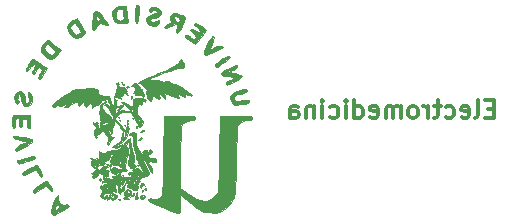
<source format=gbo>
G04 #@! TF.GenerationSoftware,KiCad,Pcbnew,(5.0.2)-1*
G04 #@! TF.CreationDate,2019-03-08T12:48:48+01:00*
G04 #@! TF.ProjectId,ECG_final,4543475f-6669-46e6-916c-2e6b69636164,rev?*
G04 #@! TF.SameCoordinates,Original*
G04 #@! TF.FileFunction,Legend,Bot*
G04 #@! TF.FilePolarity,Positive*
%FSLAX46Y46*%
G04 Gerber Fmt 4.6, Leading zero omitted, Abs format (unit mm)*
G04 Created by KiCad (PCBNEW (5.0.2)-1) date 08/03/2019 12:48:48*
%MOMM*%
%LPD*%
G01*
G04 APERTURE LIST*
%ADD10C,0.300000*%
%ADD11C,0.010000*%
G04 APERTURE END LIST*
D10*
X153607142Y-50892857D02*
X153107142Y-50892857D01*
X152892857Y-51678571D02*
X153607142Y-51678571D01*
X153607142Y-50178571D01*
X152892857Y-50178571D01*
X152035714Y-51678571D02*
X152178571Y-51607142D01*
X152250000Y-51464285D01*
X152250000Y-50178571D01*
X150892857Y-51607142D02*
X151035714Y-51678571D01*
X151321428Y-51678571D01*
X151464285Y-51607142D01*
X151535714Y-51464285D01*
X151535714Y-50892857D01*
X151464285Y-50750000D01*
X151321428Y-50678571D01*
X151035714Y-50678571D01*
X150892857Y-50750000D01*
X150821428Y-50892857D01*
X150821428Y-51035714D01*
X151535714Y-51178571D01*
X149535714Y-51607142D02*
X149678571Y-51678571D01*
X149964285Y-51678571D01*
X150107142Y-51607142D01*
X150178571Y-51535714D01*
X150250000Y-51392857D01*
X150250000Y-50964285D01*
X150178571Y-50821428D01*
X150107142Y-50750000D01*
X149964285Y-50678571D01*
X149678571Y-50678571D01*
X149535714Y-50750000D01*
X149107142Y-50678571D02*
X148535714Y-50678571D01*
X148892857Y-50178571D02*
X148892857Y-51464285D01*
X148821428Y-51607142D01*
X148678571Y-51678571D01*
X148535714Y-51678571D01*
X148035714Y-51678571D02*
X148035714Y-50678571D01*
X148035714Y-50964285D02*
X147964285Y-50821428D01*
X147892857Y-50750000D01*
X147750000Y-50678571D01*
X147607142Y-50678571D01*
X146892857Y-51678571D02*
X147035714Y-51607142D01*
X147107142Y-51535714D01*
X147178571Y-51392857D01*
X147178571Y-50964285D01*
X147107142Y-50821428D01*
X147035714Y-50750000D01*
X146892857Y-50678571D01*
X146678571Y-50678571D01*
X146535714Y-50750000D01*
X146464285Y-50821428D01*
X146392857Y-50964285D01*
X146392857Y-51392857D01*
X146464285Y-51535714D01*
X146535714Y-51607142D01*
X146678571Y-51678571D01*
X146892857Y-51678571D01*
X145750000Y-51678571D02*
X145750000Y-50678571D01*
X145750000Y-50821428D02*
X145678571Y-50750000D01*
X145535714Y-50678571D01*
X145321428Y-50678571D01*
X145178571Y-50750000D01*
X145107142Y-50892857D01*
X145107142Y-51678571D01*
X145107142Y-50892857D02*
X145035714Y-50750000D01*
X144892857Y-50678571D01*
X144678571Y-50678571D01*
X144535714Y-50750000D01*
X144464285Y-50892857D01*
X144464285Y-51678571D01*
X143178571Y-51607142D02*
X143321428Y-51678571D01*
X143607142Y-51678571D01*
X143750000Y-51607142D01*
X143821428Y-51464285D01*
X143821428Y-50892857D01*
X143750000Y-50750000D01*
X143607142Y-50678571D01*
X143321428Y-50678571D01*
X143178571Y-50750000D01*
X143107142Y-50892857D01*
X143107142Y-51035714D01*
X143821428Y-51178571D01*
X141821428Y-51678571D02*
X141821428Y-50178571D01*
X141821428Y-51607142D02*
X141964285Y-51678571D01*
X142250000Y-51678571D01*
X142392857Y-51607142D01*
X142464285Y-51535714D01*
X142535714Y-51392857D01*
X142535714Y-50964285D01*
X142464285Y-50821428D01*
X142392857Y-50750000D01*
X142250000Y-50678571D01*
X141964285Y-50678571D01*
X141821428Y-50750000D01*
X141107142Y-51678571D02*
X141107142Y-50678571D01*
X141107142Y-50178571D02*
X141178571Y-50250000D01*
X141107142Y-50321428D01*
X141035714Y-50250000D01*
X141107142Y-50178571D01*
X141107142Y-50321428D01*
X139750000Y-51607142D02*
X139892857Y-51678571D01*
X140178571Y-51678571D01*
X140321428Y-51607142D01*
X140392857Y-51535714D01*
X140464285Y-51392857D01*
X140464285Y-50964285D01*
X140392857Y-50821428D01*
X140321428Y-50750000D01*
X140178571Y-50678571D01*
X139892857Y-50678571D01*
X139750000Y-50750000D01*
X139107142Y-51678571D02*
X139107142Y-50678571D01*
X139107142Y-50178571D02*
X139178571Y-50250000D01*
X139107142Y-50321428D01*
X139035714Y-50250000D01*
X139107142Y-50178571D01*
X139107142Y-50321428D01*
X138392857Y-50678571D02*
X138392857Y-51678571D01*
X138392857Y-50821428D02*
X138321428Y-50750000D01*
X138178571Y-50678571D01*
X137964285Y-50678571D01*
X137821428Y-50750000D01*
X137750000Y-50892857D01*
X137750000Y-51678571D01*
X136392857Y-51678571D02*
X136392857Y-50892857D01*
X136464285Y-50750000D01*
X136607142Y-50678571D01*
X136892857Y-50678571D01*
X137035714Y-50750000D01*
X136392857Y-51607142D02*
X136535714Y-51678571D01*
X136892857Y-51678571D01*
X137035714Y-51607142D01*
X137107142Y-51464285D01*
X137107142Y-51321428D01*
X137035714Y-51178571D01*
X136892857Y-51107142D01*
X136535714Y-51107142D01*
X136392857Y-51035714D01*
D11*
G04 #@! TO.C,G\002A\002A\002A*
G36*
X116608259Y-58308021D02*
X116484027Y-58521328D01*
X116336401Y-58863483D01*
X116316056Y-58916696D01*
X116185241Y-59280433D01*
X116117313Y-59521784D01*
X116105802Y-59672840D01*
X116144237Y-59765691D01*
X116144741Y-59766301D01*
X116206322Y-59836570D01*
X116269396Y-59869024D01*
X116366598Y-59855354D01*
X116530563Y-59787254D01*
X116793923Y-59656416D01*
X117009834Y-59546076D01*
X117304634Y-59386924D01*
X117530812Y-59248758D01*
X117541318Y-59240609D01*
X116847828Y-59240609D01*
X116750689Y-59333381D01*
X116714318Y-59354416D01*
X116518863Y-59447647D01*
X116444127Y-59432960D01*
X116474908Y-59303429D01*
X116496073Y-59255000D01*
X116596240Y-59082733D01*
X116694025Y-59060085D01*
X116803218Y-59145750D01*
X116847828Y-59240609D01*
X117541318Y-59240609D01*
X117653608Y-59153512D01*
X117666000Y-59131972D01*
X117601630Y-59015026D01*
X117445193Y-58997837D01*
X117338132Y-59037554D01*
X117139503Y-59061662D01*
X116947147Y-58959488D01*
X116804597Y-58769932D01*
X116755384Y-58531897D01*
X116756296Y-58517597D01*
X116752822Y-58298514D01*
X116700667Y-58231203D01*
X116608259Y-58308021D01*
X116608259Y-58308021D01*
G37*
X116608259Y-58308021D02*
X116484027Y-58521328D01*
X116336401Y-58863483D01*
X116316056Y-58916696D01*
X116185241Y-59280433D01*
X116117313Y-59521784D01*
X116105802Y-59672840D01*
X116144237Y-59765691D01*
X116144741Y-59766301D01*
X116206322Y-59836570D01*
X116269396Y-59869024D01*
X116366598Y-59855354D01*
X116530563Y-59787254D01*
X116793923Y-59656416D01*
X117009834Y-59546076D01*
X117304634Y-59386924D01*
X117530812Y-59248758D01*
X117541318Y-59240609D01*
X116847828Y-59240609D01*
X116750689Y-59333381D01*
X116714318Y-59354416D01*
X116518863Y-59447647D01*
X116444127Y-59432960D01*
X116474908Y-59303429D01*
X116496073Y-59255000D01*
X116596240Y-59082733D01*
X116694025Y-59060085D01*
X116803218Y-59145750D01*
X116847828Y-59240609D01*
X117541318Y-59240609D01*
X117653608Y-59153512D01*
X117666000Y-59131972D01*
X117601630Y-59015026D01*
X117445193Y-58997837D01*
X117338132Y-59037554D01*
X117139503Y-59061662D01*
X116947147Y-58959488D01*
X116804597Y-58769932D01*
X116755384Y-58531897D01*
X116756296Y-58517597D01*
X116752822Y-58298514D01*
X116700667Y-58231203D01*
X116608259Y-58308021D01*
G36*
X132186611Y-51520689D02*
X131784167Y-51527069D01*
X130408334Y-51550333D01*
X130366000Y-54683000D01*
X130354373Y-55398865D01*
X130339822Y-56064033D01*
X130323062Y-56658848D01*
X130304807Y-57163656D01*
X130285770Y-57558803D01*
X130266667Y-57824634D01*
X130248210Y-57941494D01*
X130247572Y-57942666D01*
X129988475Y-58263571D01*
X129656222Y-58518712D01*
X129302982Y-58673782D01*
X129088837Y-58704666D01*
X128806859Y-58653265D01*
X128445152Y-58514531D01*
X128052265Y-58311667D01*
X127676746Y-58067879D01*
X127546415Y-57967475D01*
X127055163Y-57567686D01*
X127080748Y-54962976D01*
X127106334Y-52358266D01*
X127329202Y-52135522D01*
X127619909Y-51944545D01*
X127943035Y-51868711D01*
X128190617Y-51826329D01*
X128307822Y-51759047D01*
X128334000Y-51664172D01*
X128324733Y-51603886D01*
X128280603Y-51561634D01*
X128177121Y-51534897D01*
X127989799Y-51521156D01*
X127694145Y-51517892D01*
X127265671Y-51522586D01*
X127000500Y-51527016D01*
X125667000Y-51550333D01*
X125624667Y-54864722D01*
X125613619Y-55702663D01*
X125603307Y-56387799D01*
X125592733Y-56936647D01*
X125580898Y-57365725D01*
X125566804Y-57691553D01*
X125549452Y-57930649D01*
X125527845Y-58099531D01*
X125500983Y-58214717D01*
X125467868Y-58292726D01*
X125427501Y-58350077D01*
X125413000Y-58366641D01*
X125287191Y-58477056D01*
X125135439Y-58522734D01*
X124896746Y-58517778D01*
X124799167Y-58508536D01*
X124538514Y-58488973D01*
X124404872Y-58505952D01*
X124358085Y-58569016D01*
X124354667Y-58614160D01*
X124394973Y-58693116D01*
X124527841Y-58791618D01*
X124771193Y-58919351D01*
X125142956Y-59085999D01*
X125518834Y-59243173D01*
X125944206Y-59412620D01*
X126326922Y-59555606D01*
X126633798Y-59660429D01*
X126831648Y-59715391D01*
X126873500Y-59720796D01*
X126961500Y-59712532D01*
X127017146Y-59666867D01*
X127047839Y-59552273D01*
X127060979Y-59337221D01*
X127063969Y-58990184D01*
X127064000Y-58909264D01*
X127064000Y-58097862D01*
X127715165Y-58697870D01*
X128032347Y-58974208D01*
X128350147Y-59224256D01*
X128621337Y-59411985D01*
X128736605Y-59477125D01*
X129104419Y-59602994D01*
X129540347Y-59675645D01*
X129976875Y-59689670D01*
X130346492Y-59639660D01*
X130430442Y-59612821D01*
X130926978Y-59336874D01*
X131317163Y-58931402D01*
X131595051Y-58403239D01*
X131662971Y-58196666D01*
X131685038Y-58041463D01*
X131708054Y-57739627D01*
X131731023Y-57313850D01*
X131752953Y-56786820D01*
X131772849Y-56181228D01*
X131789718Y-55519763D01*
X131797706Y-55120403D01*
X131847667Y-52340473D01*
X132124170Y-52093570D01*
X132367548Y-51920278D01*
X132629259Y-51852557D01*
X132780336Y-51846666D01*
X133017661Y-51835660D01*
X133129709Y-51789594D01*
X133159826Y-51688895D01*
X133160000Y-51675236D01*
X133153132Y-51611707D01*
X133116391Y-51566763D01*
X133025573Y-51537795D01*
X132856473Y-51522198D01*
X132584888Y-51517365D01*
X132186611Y-51520689D01*
X132186611Y-51520689D01*
G37*
X132186611Y-51520689D02*
X131784167Y-51527069D01*
X130408334Y-51550333D01*
X130366000Y-54683000D01*
X130354373Y-55398865D01*
X130339822Y-56064033D01*
X130323062Y-56658848D01*
X130304807Y-57163656D01*
X130285770Y-57558803D01*
X130266667Y-57824634D01*
X130248210Y-57941494D01*
X130247572Y-57942666D01*
X129988475Y-58263571D01*
X129656222Y-58518712D01*
X129302982Y-58673782D01*
X129088837Y-58704666D01*
X128806859Y-58653265D01*
X128445152Y-58514531D01*
X128052265Y-58311667D01*
X127676746Y-58067879D01*
X127546415Y-57967475D01*
X127055163Y-57567686D01*
X127080748Y-54962976D01*
X127106334Y-52358266D01*
X127329202Y-52135522D01*
X127619909Y-51944545D01*
X127943035Y-51868711D01*
X128190617Y-51826329D01*
X128307822Y-51759047D01*
X128334000Y-51664172D01*
X128324733Y-51603886D01*
X128280603Y-51561634D01*
X128177121Y-51534897D01*
X127989799Y-51521156D01*
X127694145Y-51517892D01*
X127265671Y-51522586D01*
X127000500Y-51527016D01*
X125667000Y-51550333D01*
X125624667Y-54864722D01*
X125613619Y-55702663D01*
X125603307Y-56387799D01*
X125592733Y-56936647D01*
X125580898Y-57365725D01*
X125566804Y-57691553D01*
X125549452Y-57930649D01*
X125527845Y-58099531D01*
X125500983Y-58214717D01*
X125467868Y-58292726D01*
X125427501Y-58350077D01*
X125413000Y-58366641D01*
X125287191Y-58477056D01*
X125135439Y-58522734D01*
X124896746Y-58517778D01*
X124799167Y-58508536D01*
X124538514Y-58488973D01*
X124404872Y-58505952D01*
X124358085Y-58569016D01*
X124354667Y-58614160D01*
X124394973Y-58693116D01*
X124527841Y-58791618D01*
X124771193Y-58919351D01*
X125142956Y-59085999D01*
X125518834Y-59243173D01*
X125944206Y-59412620D01*
X126326922Y-59555606D01*
X126633798Y-59660429D01*
X126831648Y-59715391D01*
X126873500Y-59720796D01*
X126961500Y-59712532D01*
X127017146Y-59666867D01*
X127047839Y-59552273D01*
X127060979Y-59337221D01*
X127063969Y-58990184D01*
X127064000Y-58909264D01*
X127064000Y-58097862D01*
X127715165Y-58697870D01*
X128032347Y-58974208D01*
X128350147Y-59224256D01*
X128621337Y-59411985D01*
X128736605Y-59477125D01*
X129104419Y-59602994D01*
X129540347Y-59675645D01*
X129976875Y-59689670D01*
X130346492Y-59639660D01*
X130430442Y-59612821D01*
X130926978Y-59336874D01*
X131317163Y-58931402D01*
X131595051Y-58403239D01*
X131662971Y-58196666D01*
X131685038Y-58041463D01*
X131708054Y-57739627D01*
X131731023Y-57313850D01*
X131752953Y-56786820D01*
X131772849Y-56181228D01*
X131789718Y-55519763D01*
X131797706Y-55120403D01*
X131847667Y-52340473D01*
X132124170Y-52093570D01*
X132367548Y-51920278D01*
X132629259Y-51852557D01*
X132780336Y-51846666D01*
X133017661Y-51835660D01*
X133129709Y-51789594D01*
X133159826Y-51688895D01*
X133160000Y-51675236D01*
X133153132Y-51611707D01*
X133116391Y-51566763D01*
X133025573Y-51537795D01*
X132856473Y-51522198D01*
X132584888Y-51517365D01*
X132186611Y-51520689D01*
G36*
X123358697Y-58028876D02*
X123300516Y-58197465D01*
X123287677Y-58237957D01*
X123239359Y-58434045D01*
X123266798Y-58527064D01*
X123346299Y-58561861D01*
X123440346Y-58563714D01*
X123466903Y-58473855D01*
X123446781Y-58292768D01*
X123413154Y-58088256D01*
X123390497Y-57975181D01*
X123388159Y-57968864D01*
X123358697Y-58028876D01*
X123358697Y-58028876D01*
G37*
X123358697Y-58028876D02*
X123300516Y-58197465D01*
X123287677Y-58237957D01*
X123239359Y-58434045D01*
X123266798Y-58527064D01*
X123346299Y-58561861D01*
X123440346Y-58563714D01*
X123466903Y-58473855D01*
X123446781Y-58292768D01*
X123413154Y-58088256D01*
X123390497Y-57975181D01*
X123388159Y-57968864D01*
X123358697Y-58028876D01*
G36*
X122242147Y-58455272D02*
X122234770Y-58491922D01*
X122311718Y-58547403D01*
X122496472Y-58575709D01*
X122535959Y-58576589D01*
X122722499Y-58570229D01*
X122762549Y-58538278D01*
X122684617Y-58468637D01*
X122514023Y-58395789D01*
X122344241Y-58392488D01*
X122242147Y-58455272D01*
X122242147Y-58455272D01*
G37*
X122242147Y-58455272D02*
X122234770Y-58491922D01*
X122311718Y-58547403D01*
X122496472Y-58575709D01*
X122535959Y-58576589D01*
X122722499Y-58570229D01*
X122762549Y-58538278D01*
X122684617Y-58468637D01*
X122514023Y-58395789D01*
X122344241Y-58392488D01*
X122242147Y-58455272D01*
G36*
X121842889Y-58563555D02*
X121854512Y-58613889D01*
X121899334Y-58620000D01*
X121969024Y-58589021D01*
X121955778Y-58563555D01*
X121855299Y-58553422D01*
X121842889Y-58563555D01*
X121842889Y-58563555D01*
G37*
X121842889Y-58563555D02*
X121854512Y-58613889D01*
X121899334Y-58620000D01*
X121969024Y-58589021D01*
X121955778Y-58563555D01*
X121855299Y-58553422D01*
X121842889Y-58563555D01*
G36*
X121256211Y-58070090D02*
X121331783Y-58149210D01*
X121458531Y-58318546D01*
X121443384Y-58419229D01*
X121288833Y-58435853D01*
X121285500Y-58435388D01*
X121137755Y-58365542D01*
X121117794Y-58239000D01*
X121120854Y-58142929D01*
X121074366Y-58185541D01*
X121014961Y-58281333D01*
X120910574Y-58486075D01*
X120896590Y-58585929D01*
X120973792Y-58564130D01*
X121002796Y-58541589D01*
X121128753Y-58490409D01*
X121177126Y-58531222D01*
X121310136Y-58609537D01*
X121497088Y-58572011D01*
X121660835Y-58449276D01*
X121742241Y-58306551D01*
X121681463Y-58193178D01*
X121466414Y-58091845D01*
X121395283Y-58068858D01*
X121253708Y-58032039D01*
X121256211Y-58070090D01*
X121256211Y-58070090D01*
G37*
X121256211Y-58070090D02*
X121331783Y-58149210D01*
X121458531Y-58318546D01*
X121443384Y-58419229D01*
X121288833Y-58435853D01*
X121285500Y-58435388D01*
X121137755Y-58365542D01*
X121117794Y-58239000D01*
X121120854Y-58142929D01*
X121074366Y-58185541D01*
X121014961Y-58281333D01*
X120910574Y-58486075D01*
X120896590Y-58585929D01*
X120973792Y-58564130D01*
X121002796Y-58541589D01*
X121128753Y-58490409D01*
X121177126Y-58531222D01*
X121310136Y-58609537D01*
X121497088Y-58572011D01*
X121660835Y-58449276D01*
X121742241Y-58306551D01*
X121681463Y-58193178D01*
X121466414Y-58091845D01*
X121395283Y-58068858D01*
X121253708Y-58032039D01*
X121256211Y-58070090D01*
G36*
X123748848Y-58226958D02*
X123702438Y-58348182D01*
X123700613Y-58366000D01*
X123741712Y-58504470D01*
X123861002Y-58524332D01*
X124008384Y-58417503D01*
X124009745Y-58415871D01*
X124065193Y-58298906D01*
X124007030Y-58233455D01*
X123944846Y-58219348D01*
X123965582Y-58268251D01*
X123970351Y-58355328D01*
X123936331Y-58366000D01*
X123850113Y-58304539D01*
X123846667Y-58281333D01*
X123813783Y-58194902D01*
X123748848Y-58226958D01*
X123748848Y-58226958D01*
G37*
X123748848Y-58226958D02*
X123702438Y-58348182D01*
X123700613Y-58366000D01*
X123741712Y-58504470D01*
X123861002Y-58524332D01*
X124008384Y-58417503D01*
X124009745Y-58415871D01*
X124065193Y-58298906D01*
X124007030Y-58233455D01*
X123944846Y-58219348D01*
X123965582Y-58268251D01*
X123970351Y-58355328D01*
X123936331Y-58366000D01*
X123850113Y-58304539D01*
X123846667Y-58281333D01*
X123813783Y-58194902D01*
X123748848Y-58226958D01*
G36*
X123064783Y-52848880D02*
X122914444Y-52918134D01*
X122756287Y-53023538D01*
X122704198Y-53114430D01*
X122707916Y-53123540D01*
X122814827Y-53156360D01*
X122899305Y-53125478D01*
X122980975Y-53101689D01*
X123026499Y-53162631D01*
X123048382Y-53340443D01*
X123055671Y-53527415D01*
X123092531Y-53886886D01*
X123172519Y-54289317D01*
X123235704Y-54513666D01*
X123318973Y-54812947D01*
X123342921Y-55011203D01*
X123321101Y-55073384D01*
X123313645Y-55139681D01*
X123373902Y-55176560D01*
X123488908Y-55294927D01*
X123508000Y-55380355D01*
X123553677Y-55540501D01*
X123668583Y-55763535D01*
X123726558Y-55854328D01*
X123879053Y-56129500D01*
X123893665Y-56308001D01*
X123768472Y-56394097D01*
X123501553Y-56392055D01*
X123485331Y-56389839D01*
X123200779Y-56344614D01*
X122949904Y-56296595D01*
X122908278Y-56287158D01*
X122743037Y-56273351D01*
X122690130Y-56352958D01*
X122689556Y-56370387D01*
X122743547Y-56467572D01*
X122832825Y-56460315D01*
X122999824Y-56474366D01*
X123064248Y-56522588D01*
X123076834Y-56579594D01*
X122985000Y-56615463D01*
X122764640Y-56635593D01*
X122526058Y-56643107D01*
X122189762Y-56642005D01*
X122004798Y-56619964D01*
X121954168Y-56574439D01*
X121960911Y-56558441D01*
X122001931Y-56394687D01*
X121997732Y-56312833D01*
X122023573Y-56201989D01*
X122174095Y-56164180D01*
X122211512Y-56163370D01*
X122426609Y-56139106D01*
X122557852Y-56093419D01*
X122570258Y-56045372D01*
X122426012Y-56024210D01*
X122388519Y-56023625D01*
X122076840Y-56010854D01*
X121822854Y-55979662D01*
X121670239Y-55936715D01*
X121645334Y-55910217D01*
X121574031Y-55865619D01*
X121476000Y-55849279D01*
X121333127Y-55894402D01*
X121305371Y-55979428D01*
X121291685Y-56074007D01*
X121233169Y-56012419D01*
X121222000Y-55995333D01*
X121156228Y-55911049D01*
X121141227Y-55974079D01*
X121141323Y-55995333D01*
X121204502Y-56215694D01*
X121355367Y-56360198D01*
X121544121Y-56400632D01*
X121711656Y-56318477D01*
X121829810Y-56256815D01*
X121878335Y-56331286D01*
X121856781Y-56431041D01*
X121747497Y-56521588D01*
X121548109Y-56572259D01*
X121541724Y-56572779D01*
X121315608Y-56600968D01*
X121251959Y-56649005D01*
X121343955Y-56732876D01*
X121447349Y-56793893D01*
X121687667Y-56928371D01*
X121349000Y-56874146D01*
X121105368Y-56818953D01*
X120926947Y-56750279D01*
X120902454Y-56734228D01*
X120801877Y-56677557D01*
X120736806Y-56730273D01*
X120676439Y-56920023D01*
X120670855Y-56942092D01*
X120646494Y-57100488D01*
X120704984Y-57139889D01*
X120779297Y-57125597D01*
X120942418Y-57145259D01*
X120996001Y-57216178D01*
X121001074Y-57329309D01*
X120965343Y-57350000D01*
X120885430Y-57285743D01*
X120883334Y-57267148D01*
X120818929Y-57232393D01*
X120678368Y-57277685D01*
X120540987Y-57381429D01*
X120514807Y-57478973D01*
X120498918Y-57611181D01*
X120466742Y-57642166D01*
X120411388Y-57635659D01*
X120424409Y-57574628D01*
X120421615Y-57446223D01*
X120342780Y-57383161D01*
X120249373Y-57433101D01*
X120246895Y-57436994D01*
X120245968Y-57569207D01*
X120343790Y-57694065D01*
X120480489Y-57744945D01*
X120516695Y-57737204D01*
X120547517Y-57765414D01*
X120481979Y-57892126D01*
X120442278Y-57948530D01*
X120322242Y-58147773D01*
X120316213Y-58291390D01*
X120344295Y-58348344D01*
X120491492Y-58480021D01*
X120667287Y-58516520D01*
X120805115Y-58449960D01*
X120830224Y-58405885D01*
X120877158Y-58251798D01*
X120829358Y-58227039D01*
X120714000Y-58281333D01*
X120578258Y-58329269D01*
X120544667Y-58279315D01*
X120487860Y-58226056D01*
X120438834Y-58240281D01*
X120413414Y-58237697D01*
X120497893Y-58160214D01*
X120678218Y-58073458D01*
X120805664Y-58071887D01*
X120985576Y-58072169D01*
X121168325Y-58017095D01*
X121327372Y-57905722D01*
X121355961Y-57742567D01*
X121349239Y-57696978D01*
X121327433Y-57573564D01*
X121041807Y-57573564D01*
X120996223Y-57632222D01*
X120857761Y-57684059D01*
X120762283Y-57613625D01*
X120792175Y-57536398D01*
X120884286Y-57494552D01*
X121028018Y-57492861D01*
X121041807Y-57573564D01*
X121327433Y-57573564D01*
X121310371Y-57477000D01*
X121409530Y-57709833D01*
X121499557Y-57863353D01*
X121586671Y-57939965D01*
X121634103Y-57921853D01*
X121611698Y-57807801D01*
X121515526Y-57489819D01*
X121512086Y-57286615D01*
X121553807Y-57227239D01*
X121636530Y-57230385D01*
X121645334Y-57265333D01*
X121697429Y-57319357D01*
X121733866Y-57305277D01*
X121790198Y-57338840D01*
X121804966Y-57527581D01*
X121801959Y-57596973D01*
X121812215Y-57840499D01*
X121863024Y-58017546D01*
X121882760Y-58044625D01*
X121964599Y-58093736D01*
X121984000Y-58001933D01*
X122053561Y-57881000D01*
X122153334Y-57858000D01*
X122277821Y-57815666D01*
X121899334Y-57815666D01*
X121857000Y-57858000D01*
X121814667Y-57815666D01*
X121857000Y-57773333D01*
X121899334Y-57815666D01*
X122277821Y-57815666D01*
X122280621Y-57814714D01*
X122319737Y-57657651D01*
X122319850Y-57625166D01*
X122317034Y-57392333D01*
X122156639Y-57584653D01*
X122030178Y-57695738D01*
X121947151Y-57697423D01*
X121945967Y-57695623D01*
X121925317Y-57559925D01*
X121942112Y-57339670D01*
X121984899Y-57105479D01*
X122001632Y-57053666D01*
X121476000Y-57053666D01*
X121433667Y-57096000D01*
X121391334Y-57053666D01*
X121433667Y-57011333D01*
X121222000Y-57011333D01*
X121193114Y-57093798D01*
X121184664Y-57096000D01*
X121112378Y-57036671D01*
X121095000Y-57011333D01*
X121101713Y-56933314D01*
X121132337Y-56926666D01*
X121218555Y-56988127D01*
X121222000Y-57011333D01*
X121433667Y-57011333D01*
X121476000Y-57053666D01*
X122001632Y-57053666D01*
X122042227Y-56927969D01*
X122078513Y-56878248D01*
X122112801Y-56918129D01*
X122102212Y-57074396D01*
X122096509Y-57104956D01*
X122075573Y-57286735D01*
X122118287Y-57326617D01*
X122140118Y-57315834D01*
X122231705Y-57188671D01*
X122238000Y-57146458D01*
X122295865Y-57012300D01*
X122407334Y-56884333D01*
X122535499Y-56796187D01*
X122571118Y-56832622D01*
X122510909Y-56974322D01*
X122441031Y-57082636D01*
X122358646Y-57238993D01*
X122356365Y-57327252D01*
X122402879Y-57312302D01*
X122407334Y-57274447D01*
X122450995Y-57206590D01*
X122480685Y-57216006D01*
X122581206Y-57191933D01*
X122713518Y-57074295D01*
X122808565Y-56956875D01*
X122791401Y-56952670D01*
X122724834Y-57001992D01*
X122605687Y-57062578D01*
X122576667Y-57024679D01*
X122643216Y-56917660D01*
X122756218Y-56836531D01*
X122879958Y-56785169D01*
X122878221Y-56833552D01*
X122887978Y-56916947D01*
X122931504Y-56927058D01*
X122943259Y-56976888D01*
X122848580Y-57103187D01*
X122762640Y-57189580D01*
X122596921Y-57355001D01*
X122544395Y-57453389D01*
X122589449Y-57527635D01*
X122628483Y-57558130D01*
X122747743Y-57611118D01*
X122888243Y-57575167D01*
X123068158Y-57464941D01*
X123271507Y-57340016D01*
X123422124Y-57270465D01*
X123449260Y-57265333D01*
X123498144Y-57231797D01*
X123487030Y-57216140D01*
X123384087Y-57213027D01*
X123259502Y-57262388D01*
X123079171Y-57318768D01*
X122970724Y-57284040D01*
X122973445Y-57178615D01*
X123006256Y-57130795D01*
X123118558Y-57036985D01*
X123209227Y-57014394D01*
X123224211Y-57071371D01*
X123209570Y-57099393D01*
X123231070Y-57150622D01*
X123395073Y-57129816D01*
X123621948Y-57059325D01*
X123681853Y-56996095D01*
X123657302Y-56980359D01*
X123413777Y-56980359D01*
X123338667Y-57011333D01*
X123257254Y-56946245D01*
X123254000Y-56921669D01*
X123202131Y-56871103D01*
X123169334Y-56884333D01*
X123091315Y-56877620D01*
X123084667Y-56846996D01*
X123104428Y-56768474D01*
X123198876Y-56776122D01*
X123289409Y-56808725D01*
X123401786Y-56892387D01*
X123413777Y-56980359D01*
X123657302Y-56980359D01*
X123606859Y-56948028D01*
X123589100Y-56889841D01*
X123683951Y-56797061D01*
X123846559Y-56697378D01*
X123991642Y-56635676D01*
X123658185Y-56635676D01*
X123534118Y-56650842D01*
X123470664Y-56651500D01*
X123296107Y-56611375D01*
X123221683Y-56541237D01*
X123224719Y-56475216D01*
X123335982Y-56487799D01*
X123428353Y-56517769D01*
X123623814Y-56594112D01*
X123658185Y-56635676D01*
X123991642Y-56635676D01*
X124032074Y-56618481D01*
X124190037Y-56588000D01*
X124358526Y-56521636D01*
X124427815Y-56363212D01*
X124371555Y-56174325D01*
X124132767Y-55803395D01*
X123979391Y-55507363D01*
X123919968Y-55305404D01*
X123947904Y-55223092D01*
X124038427Y-55246001D01*
X124166023Y-55412648D01*
X124329985Y-55716420D01*
X124504019Y-56059569D01*
X124616200Y-56255166D01*
X124673628Y-56310313D01*
X124683403Y-56232118D01*
X124655213Y-56041867D01*
X124582207Y-55800368D01*
X124478107Y-55625405D01*
X124453481Y-55603067D01*
X124359579Y-55481781D01*
X124401494Y-55389178D01*
X124545796Y-55348604D01*
X124759052Y-55383402D01*
X124765087Y-55385478D01*
X124961012Y-55432007D01*
X125049506Y-55388144D01*
X125055363Y-55374830D01*
X125059750Y-55190846D01*
X124919375Y-55084727D01*
X124749778Y-55062703D01*
X124535073Y-55043428D01*
X124397000Y-54999203D01*
X124298796Y-54868705D01*
X124328281Y-54758749D01*
X124434337Y-54725333D01*
X124614283Y-54673616D01*
X124664362Y-54545084D01*
X124604810Y-54424352D01*
X124510718Y-54347518D01*
X124420612Y-54408632D01*
X124388547Y-54449227D01*
X124302200Y-54546560D01*
X124274689Y-54506046D01*
X124272693Y-54461907D01*
X124221816Y-54365200D01*
X124058334Y-54365944D01*
X123881893Y-54440166D01*
X123868197Y-54557062D01*
X123994701Y-54687910D01*
X124084120Y-54799781D01*
X124072599Y-54866290D01*
X123981016Y-54850692D01*
X123824851Y-54733314D01*
X123722531Y-54630967D01*
X123554559Y-54415340D01*
X123443430Y-54174390D01*
X123362697Y-53845237D01*
X123341219Y-53724459D01*
X123299352Y-53414282D01*
X123284721Y-53164527D01*
X123300155Y-53026307D01*
X123302335Y-53022290D01*
X123315723Y-52960859D01*
X123267082Y-52981581D01*
X123182367Y-52974409D01*
X123169334Y-52916486D01*
X123150517Y-52840680D01*
X123064783Y-52848880D01*
X123064783Y-52848880D01*
G37*
X123064783Y-52848880D02*
X122914444Y-52918134D01*
X122756287Y-53023538D01*
X122704198Y-53114430D01*
X122707916Y-53123540D01*
X122814827Y-53156360D01*
X122899305Y-53125478D01*
X122980975Y-53101689D01*
X123026499Y-53162631D01*
X123048382Y-53340443D01*
X123055671Y-53527415D01*
X123092531Y-53886886D01*
X123172519Y-54289317D01*
X123235704Y-54513666D01*
X123318973Y-54812947D01*
X123342921Y-55011203D01*
X123321101Y-55073384D01*
X123313645Y-55139681D01*
X123373902Y-55176560D01*
X123488908Y-55294927D01*
X123508000Y-55380355D01*
X123553677Y-55540501D01*
X123668583Y-55763535D01*
X123726558Y-55854328D01*
X123879053Y-56129500D01*
X123893665Y-56308001D01*
X123768472Y-56394097D01*
X123501553Y-56392055D01*
X123485331Y-56389839D01*
X123200779Y-56344614D01*
X122949904Y-56296595D01*
X122908278Y-56287158D01*
X122743037Y-56273351D01*
X122690130Y-56352958D01*
X122689556Y-56370387D01*
X122743547Y-56467572D01*
X122832825Y-56460315D01*
X122999824Y-56474366D01*
X123064248Y-56522588D01*
X123076834Y-56579594D01*
X122985000Y-56615463D01*
X122764640Y-56635593D01*
X122526058Y-56643107D01*
X122189762Y-56642005D01*
X122004798Y-56619964D01*
X121954168Y-56574439D01*
X121960911Y-56558441D01*
X122001931Y-56394687D01*
X121997732Y-56312833D01*
X122023573Y-56201989D01*
X122174095Y-56164180D01*
X122211512Y-56163370D01*
X122426609Y-56139106D01*
X122557852Y-56093419D01*
X122570258Y-56045372D01*
X122426012Y-56024210D01*
X122388519Y-56023625D01*
X122076840Y-56010854D01*
X121822854Y-55979662D01*
X121670239Y-55936715D01*
X121645334Y-55910217D01*
X121574031Y-55865619D01*
X121476000Y-55849279D01*
X121333127Y-55894402D01*
X121305371Y-55979428D01*
X121291685Y-56074007D01*
X121233169Y-56012419D01*
X121222000Y-55995333D01*
X121156228Y-55911049D01*
X121141227Y-55974079D01*
X121141323Y-55995333D01*
X121204502Y-56215694D01*
X121355367Y-56360198D01*
X121544121Y-56400632D01*
X121711656Y-56318477D01*
X121829810Y-56256815D01*
X121878335Y-56331286D01*
X121856781Y-56431041D01*
X121747497Y-56521588D01*
X121548109Y-56572259D01*
X121541724Y-56572779D01*
X121315608Y-56600968D01*
X121251959Y-56649005D01*
X121343955Y-56732876D01*
X121447349Y-56793893D01*
X121687667Y-56928371D01*
X121349000Y-56874146D01*
X121105368Y-56818953D01*
X120926947Y-56750279D01*
X120902454Y-56734228D01*
X120801877Y-56677557D01*
X120736806Y-56730273D01*
X120676439Y-56920023D01*
X120670855Y-56942092D01*
X120646494Y-57100488D01*
X120704984Y-57139889D01*
X120779297Y-57125597D01*
X120942418Y-57145259D01*
X120996001Y-57216178D01*
X121001074Y-57329309D01*
X120965343Y-57350000D01*
X120885430Y-57285743D01*
X120883334Y-57267148D01*
X120818929Y-57232393D01*
X120678368Y-57277685D01*
X120540987Y-57381429D01*
X120514807Y-57478973D01*
X120498918Y-57611181D01*
X120466742Y-57642166D01*
X120411388Y-57635659D01*
X120424409Y-57574628D01*
X120421615Y-57446223D01*
X120342780Y-57383161D01*
X120249373Y-57433101D01*
X120246895Y-57436994D01*
X120245968Y-57569207D01*
X120343790Y-57694065D01*
X120480489Y-57744945D01*
X120516695Y-57737204D01*
X120547517Y-57765414D01*
X120481979Y-57892126D01*
X120442278Y-57948530D01*
X120322242Y-58147773D01*
X120316213Y-58291390D01*
X120344295Y-58348344D01*
X120491492Y-58480021D01*
X120667287Y-58516520D01*
X120805115Y-58449960D01*
X120830224Y-58405885D01*
X120877158Y-58251798D01*
X120829358Y-58227039D01*
X120714000Y-58281333D01*
X120578258Y-58329269D01*
X120544667Y-58279315D01*
X120487860Y-58226056D01*
X120438834Y-58240281D01*
X120413414Y-58237697D01*
X120497893Y-58160214D01*
X120678218Y-58073458D01*
X120805664Y-58071887D01*
X120985576Y-58072169D01*
X121168325Y-58017095D01*
X121327372Y-57905722D01*
X121355961Y-57742567D01*
X121349239Y-57696978D01*
X121327433Y-57573564D01*
X121041807Y-57573564D01*
X120996223Y-57632222D01*
X120857761Y-57684059D01*
X120762283Y-57613625D01*
X120792175Y-57536398D01*
X120884286Y-57494552D01*
X121028018Y-57492861D01*
X121041807Y-57573564D01*
X121327433Y-57573564D01*
X121310371Y-57477000D01*
X121409530Y-57709833D01*
X121499557Y-57863353D01*
X121586671Y-57939965D01*
X121634103Y-57921853D01*
X121611698Y-57807801D01*
X121515526Y-57489819D01*
X121512086Y-57286615D01*
X121553807Y-57227239D01*
X121636530Y-57230385D01*
X121645334Y-57265333D01*
X121697429Y-57319357D01*
X121733866Y-57305277D01*
X121790198Y-57338840D01*
X121804966Y-57527581D01*
X121801959Y-57596973D01*
X121812215Y-57840499D01*
X121863024Y-58017546D01*
X121882760Y-58044625D01*
X121964599Y-58093736D01*
X121984000Y-58001933D01*
X122053561Y-57881000D01*
X122153334Y-57858000D01*
X122277821Y-57815666D01*
X121899334Y-57815666D01*
X121857000Y-57858000D01*
X121814667Y-57815666D01*
X121857000Y-57773333D01*
X121899334Y-57815666D01*
X122277821Y-57815666D01*
X122280621Y-57814714D01*
X122319737Y-57657651D01*
X122319850Y-57625166D01*
X122317034Y-57392333D01*
X122156639Y-57584653D01*
X122030178Y-57695738D01*
X121947151Y-57697423D01*
X121945967Y-57695623D01*
X121925317Y-57559925D01*
X121942112Y-57339670D01*
X121984899Y-57105479D01*
X122001632Y-57053666D01*
X121476000Y-57053666D01*
X121433667Y-57096000D01*
X121391334Y-57053666D01*
X121433667Y-57011333D01*
X121222000Y-57011333D01*
X121193114Y-57093798D01*
X121184664Y-57096000D01*
X121112378Y-57036671D01*
X121095000Y-57011333D01*
X121101713Y-56933314D01*
X121132337Y-56926666D01*
X121218555Y-56988127D01*
X121222000Y-57011333D01*
X121433667Y-57011333D01*
X121476000Y-57053666D01*
X122001632Y-57053666D01*
X122042227Y-56927969D01*
X122078513Y-56878248D01*
X122112801Y-56918129D01*
X122102212Y-57074396D01*
X122096509Y-57104956D01*
X122075573Y-57286735D01*
X122118287Y-57326617D01*
X122140118Y-57315834D01*
X122231705Y-57188671D01*
X122238000Y-57146458D01*
X122295865Y-57012300D01*
X122407334Y-56884333D01*
X122535499Y-56796187D01*
X122571118Y-56832622D01*
X122510909Y-56974322D01*
X122441031Y-57082636D01*
X122358646Y-57238993D01*
X122356365Y-57327252D01*
X122402879Y-57312302D01*
X122407334Y-57274447D01*
X122450995Y-57206590D01*
X122480685Y-57216006D01*
X122581206Y-57191933D01*
X122713518Y-57074295D01*
X122808565Y-56956875D01*
X122791401Y-56952670D01*
X122724834Y-57001992D01*
X122605687Y-57062578D01*
X122576667Y-57024679D01*
X122643216Y-56917660D01*
X122756218Y-56836531D01*
X122879958Y-56785169D01*
X122878221Y-56833552D01*
X122887978Y-56916947D01*
X122931504Y-56927058D01*
X122943259Y-56976888D01*
X122848580Y-57103187D01*
X122762640Y-57189580D01*
X122596921Y-57355001D01*
X122544395Y-57453389D01*
X122589449Y-57527635D01*
X122628483Y-57558130D01*
X122747743Y-57611118D01*
X122888243Y-57575167D01*
X123068158Y-57464941D01*
X123271507Y-57340016D01*
X123422124Y-57270465D01*
X123449260Y-57265333D01*
X123498144Y-57231797D01*
X123487030Y-57216140D01*
X123384087Y-57213027D01*
X123259502Y-57262388D01*
X123079171Y-57318768D01*
X122970724Y-57284040D01*
X122973445Y-57178615D01*
X123006256Y-57130795D01*
X123118558Y-57036985D01*
X123209227Y-57014394D01*
X123224211Y-57071371D01*
X123209570Y-57099393D01*
X123231070Y-57150622D01*
X123395073Y-57129816D01*
X123621948Y-57059325D01*
X123681853Y-56996095D01*
X123657302Y-56980359D01*
X123413777Y-56980359D01*
X123338667Y-57011333D01*
X123257254Y-56946245D01*
X123254000Y-56921669D01*
X123202131Y-56871103D01*
X123169334Y-56884333D01*
X123091315Y-56877620D01*
X123084667Y-56846996D01*
X123104428Y-56768474D01*
X123198876Y-56776122D01*
X123289409Y-56808725D01*
X123401786Y-56892387D01*
X123413777Y-56980359D01*
X123657302Y-56980359D01*
X123606859Y-56948028D01*
X123589100Y-56889841D01*
X123683951Y-56797061D01*
X123846559Y-56697378D01*
X123991642Y-56635676D01*
X123658185Y-56635676D01*
X123534118Y-56650842D01*
X123470664Y-56651500D01*
X123296107Y-56611375D01*
X123221683Y-56541237D01*
X123224719Y-56475216D01*
X123335982Y-56487799D01*
X123428353Y-56517769D01*
X123623814Y-56594112D01*
X123658185Y-56635676D01*
X123991642Y-56635676D01*
X124032074Y-56618481D01*
X124190037Y-56588000D01*
X124358526Y-56521636D01*
X124427815Y-56363212D01*
X124371555Y-56174325D01*
X124132767Y-55803395D01*
X123979391Y-55507363D01*
X123919968Y-55305404D01*
X123947904Y-55223092D01*
X124038427Y-55246001D01*
X124166023Y-55412648D01*
X124329985Y-55716420D01*
X124504019Y-56059569D01*
X124616200Y-56255166D01*
X124673628Y-56310313D01*
X124683403Y-56232118D01*
X124655213Y-56041867D01*
X124582207Y-55800368D01*
X124478107Y-55625405D01*
X124453481Y-55603067D01*
X124359579Y-55481781D01*
X124401494Y-55389178D01*
X124545796Y-55348604D01*
X124759052Y-55383402D01*
X124765087Y-55385478D01*
X124961012Y-55432007D01*
X125049506Y-55388144D01*
X125055363Y-55374830D01*
X125059750Y-55190846D01*
X124919375Y-55084727D01*
X124749778Y-55062703D01*
X124535073Y-55043428D01*
X124397000Y-54999203D01*
X124298796Y-54868705D01*
X124328281Y-54758749D01*
X124434337Y-54725333D01*
X124614283Y-54673616D01*
X124664362Y-54545084D01*
X124604810Y-54424352D01*
X124510718Y-54347518D01*
X124420612Y-54408632D01*
X124388547Y-54449227D01*
X124302200Y-54546560D01*
X124274689Y-54506046D01*
X124272693Y-54461907D01*
X124221816Y-54365200D01*
X124058334Y-54365944D01*
X123881893Y-54440166D01*
X123868197Y-54557062D01*
X123994701Y-54687910D01*
X124084120Y-54799781D01*
X124072599Y-54866290D01*
X123981016Y-54850692D01*
X123824851Y-54733314D01*
X123722531Y-54630967D01*
X123554559Y-54415340D01*
X123443430Y-54174390D01*
X123362697Y-53845237D01*
X123341219Y-53724459D01*
X123299352Y-53414282D01*
X123284721Y-53164527D01*
X123300155Y-53026307D01*
X123302335Y-53022290D01*
X123315723Y-52960859D01*
X123267082Y-52981581D01*
X123182367Y-52974409D01*
X123169334Y-52916486D01*
X123150517Y-52840680D01*
X123064783Y-52848880D01*
G36*
X122590514Y-57668237D02*
X122457900Y-57802702D01*
X122316636Y-57975201D01*
X122290858Y-58091569D01*
X122335532Y-58169834D01*
X122516284Y-58258532D01*
X122681967Y-58247573D01*
X122845140Y-58234870D01*
X122872213Y-58282608D01*
X122846140Y-58359507D01*
X122936148Y-58322597D01*
X123047185Y-58245922D01*
X123149546Y-58132679D01*
X123148034Y-58062477D01*
X123089957Y-58063777D01*
X123084667Y-58097888D01*
X123024529Y-58191047D01*
X122994679Y-58196666D01*
X122934634Y-58126580D01*
X122931179Y-58008253D01*
X122904852Y-57847467D01*
X122788334Y-57792035D01*
X122679179Y-57784757D01*
X122722764Y-57834421D01*
X122743549Y-57848845D01*
X122820576Y-57950106D01*
X122765264Y-58013411D01*
X122619001Y-57996715D01*
X122532143Y-57930933D01*
X122558590Y-57806281D01*
X122584808Y-57753422D01*
X122629875Y-57651935D01*
X122590514Y-57668237D01*
X122590514Y-57668237D01*
G37*
X122590514Y-57668237D02*
X122457900Y-57802702D01*
X122316636Y-57975201D01*
X122290858Y-58091569D01*
X122335532Y-58169834D01*
X122516284Y-58258532D01*
X122681967Y-58247573D01*
X122845140Y-58234870D01*
X122872213Y-58282608D01*
X122846140Y-58359507D01*
X122936148Y-58322597D01*
X123047185Y-58245922D01*
X123149546Y-58132679D01*
X123148034Y-58062477D01*
X123089957Y-58063777D01*
X123084667Y-58097888D01*
X123024529Y-58191047D01*
X122994679Y-58196666D01*
X122934634Y-58126580D01*
X122931179Y-58008253D01*
X122904852Y-57847467D01*
X122788334Y-57792035D01*
X122679179Y-57784757D01*
X122722764Y-57834421D01*
X122743549Y-57848845D01*
X122820576Y-57950106D01*
X122765264Y-58013411D01*
X122619001Y-57996715D01*
X122532143Y-57930933D01*
X122558590Y-57806281D01*
X122584808Y-57753422D01*
X122629875Y-57651935D01*
X122590514Y-57668237D01*
G36*
X121222000Y-58239000D02*
X121264334Y-58281333D01*
X121306667Y-58239000D01*
X121264334Y-58196666D01*
X121222000Y-58239000D01*
X121222000Y-58239000D01*
G37*
X121222000Y-58239000D02*
X121264334Y-58281333D01*
X121306667Y-58239000D01*
X121264334Y-58196666D01*
X121222000Y-58239000D01*
G36*
X115513514Y-57128564D02*
X115290164Y-57276720D01*
X115045135Y-57456585D01*
X114816917Y-57638461D01*
X114644002Y-57792651D01*
X114564881Y-57889456D01*
X114563950Y-57900333D01*
X114663070Y-57995942D01*
X114857707Y-57956399D01*
X115143039Y-57782958D01*
X115210667Y-57732233D01*
X115434361Y-57571072D01*
X115610960Y-57463628D01*
X115681578Y-57436786D01*
X115785677Y-57497740D01*
X115930321Y-57651382D01*
X115965400Y-57696944D01*
X116125789Y-57868664D01*
X116236341Y-57881204D01*
X116244634Y-57873900D01*
X116250912Y-57761347D01*
X116171869Y-57575368D01*
X116040243Y-57363926D01*
X115888772Y-57174988D01*
X115750194Y-57056517D01*
X115676693Y-57041813D01*
X115513514Y-57128564D01*
X115513514Y-57128564D01*
G37*
X115513514Y-57128564D02*
X115290164Y-57276720D01*
X115045135Y-57456585D01*
X114816917Y-57638461D01*
X114644002Y-57792651D01*
X114564881Y-57889456D01*
X114563950Y-57900333D01*
X114663070Y-57995942D01*
X114857707Y-57956399D01*
X115143039Y-57782958D01*
X115210667Y-57732233D01*
X115434361Y-57571072D01*
X115610960Y-57463628D01*
X115681578Y-57436786D01*
X115785677Y-57497740D01*
X115930321Y-57651382D01*
X115965400Y-57696944D01*
X116125789Y-57868664D01*
X116236341Y-57881204D01*
X116244634Y-57873900D01*
X116250912Y-57761347D01*
X116171869Y-57575368D01*
X116040243Y-57363926D01*
X115888772Y-57174988D01*
X115750194Y-57056517D01*
X115676693Y-57041813D01*
X115513514Y-57128564D01*
G36*
X123874889Y-57801555D02*
X123864756Y-57902035D01*
X123874889Y-57914444D01*
X123925224Y-57902822D01*
X123931334Y-57858000D01*
X123900356Y-57788309D01*
X123874889Y-57801555D01*
X123874889Y-57801555D01*
G37*
X123874889Y-57801555D02*
X123864756Y-57902035D01*
X123874889Y-57914444D01*
X123925224Y-57902822D01*
X123931334Y-57858000D01*
X123900356Y-57788309D01*
X123874889Y-57801555D01*
G36*
X124018424Y-57664767D02*
X124016000Y-57683669D01*
X124077545Y-57798337D01*
X124100667Y-57815666D01*
X124173150Y-57796472D01*
X124185334Y-57735996D01*
X124141129Y-57620154D01*
X124100667Y-57604000D01*
X124018424Y-57664767D01*
X124018424Y-57664767D01*
G37*
X124018424Y-57664767D02*
X124016000Y-57683669D01*
X124077545Y-57798337D01*
X124100667Y-57815666D01*
X124173150Y-57796472D01*
X124185334Y-57735996D01*
X124141129Y-57620154D01*
X124100667Y-57604000D01*
X124018424Y-57664767D01*
G36*
X123308922Y-57406928D02*
X123155401Y-57484204D01*
X122988937Y-57591542D01*
X122965809Y-57679170D01*
X122994477Y-57717038D01*
X123155519Y-57799505D01*
X123279372Y-57819242D01*
X123422148Y-57780961D01*
X123446324Y-57716888D01*
X123225778Y-57716888D01*
X123214156Y-57767223D01*
X123169334Y-57773333D01*
X123099644Y-57742355D01*
X123112889Y-57716888D01*
X123213369Y-57706755D01*
X123225778Y-57716888D01*
X123446324Y-57716888D01*
X123479264Y-57629594D01*
X123483425Y-57586409D01*
X123487789Y-57419484D01*
X123442043Y-57363527D01*
X123308922Y-57406928D01*
X123308922Y-57406928D01*
G37*
X123308922Y-57406928D02*
X123155401Y-57484204D01*
X122988937Y-57591542D01*
X122965809Y-57679170D01*
X122994477Y-57717038D01*
X123155519Y-57799505D01*
X123279372Y-57819242D01*
X123422148Y-57780961D01*
X123446324Y-57716888D01*
X123225778Y-57716888D01*
X123214156Y-57767223D01*
X123169334Y-57773333D01*
X123099644Y-57742355D01*
X123112889Y-57716888D01*
X123213369Y-57706755D01*
X123225778Y-57716888D01*
X123446324Y-57716888D01*
X123479264Y-57629594D01*
X123483425Y-57586409D01*
X123487789Y-57419484D01*
X123442043Y-57363527D01*
X123308922Y-57406928D01*
G36*
X123783358Y-57163535D02*
X123716677Y-57241407D01*
X123648442Y-57406423D01*
X123653477Y-57494619D01*
X123711237Y-57594277D01*
X123765492Y-57541331D01*
X123805749Y-57430209D01*
X123868324Y-57311289D01*
X123968805Y-57340746D01*
X124001954Y-57365249D01*
X124072936Y-57409504D01*
X124027662Y-57340015D01*
X123982425Y-57285829D01*
X123861589Y-57162006D01*
X123783358Y-57163535D01*
X123783358Y-57163535D01*
G37*
X123783358Y-57163535D02*
X123716677Y-57241407D01*
X123648442Y-57406423D01*
X123653477Y-57494619D01*
X123711237Y-57594277D01*
X123765492Y-57541331D01*
X123805749Y-57430209D01*
X123868324Y-57311289D01*
X123968805Y-57340746D01*
X124001954Y-57365249D01*
X124072936Y-57409504D01*
X124027662Y-57340015D01*
X123982425Y-57285829D01*
X123861589Y-57162006D01*
X123783358Y-57163535D01*
G36*
X123000000Y-57223000D02*
X123042334Y-57265333D01*
X123084667Y-57223000D01*
X123042334Y-57180666D01*
X123000000Y-57223000D01*
X123000000Y-57223000D01*
G37*
X123000000Y-57223000D02*
X123042334Y-57265333D01*
X123084667Y-57223000D01*
X123042334Y-57180666D01*
X123000000Y-57223000D01*
G36*
X120488223Y-57039555D02*
X120478090Y-57140035D01*
X120488223Y-57152444D01*
X120538557Y-57140822D01*
X120544667Y-57096000D01*
X120513689Y-57026309D01*
X120488223Y-57039555D01*
X120488223Y-57039555D01*
G37*
X120488223Y-57039555D02*
X120478090Y-57140035D01*
X120488223Y-57152444D01*
X120538557Y-57140822D01*
X120544667Y-57096000D01*
X120513689Y-57026309D01*
X120488223Y-57039555D01*
G36*
X120209678Y-56826470D02*
X120206000Y-56884333D01*
X120250309Y-56997026D01*
X120288010Y-57011333D01*
X120334595Y-56949272D01*
X120321285Y-56884333D01*
X120261190Y-56772931D01*
X120239275Y-56757333D01*
X120209678Y-56826470D01*
X120209678Y-56826470D01*
G37*
X120209678Y-56826470D02*
X120206000Y-56884333D01*
X120250309Y-56997026D01*
X120288010Y-57011333D01*
X120334595Y-56949272D01*
X120321285Y-56884333D01*
X120261190Y-56772931D01*
X120239275Y-56757333D01*
X120209678Y-56826470D01*
G36*
X122727750Y-53429046D02*
X122587456Y-53546402D01*
X122425753Y-53709791D01*
X122285206Y-53876419D01*
X122210667Y-53997109D01*
X122086719Y-54140006D01*
X121869112Y-54271118D01*
X121631767Y-54354346D01*
X121467667Y-54359955D01*
X121295241Y-54370570D01*
X121061082Y-54447977D01*
X120993988Y-54479666D01*
X120684922Y-54609625D01*
X120467189Y-54628288D01*
X120307600Y-54539066D01*
X120224624Y-54513143D01*
X120189654Y-54645980D01*
X120202428Y-54920881D01*
X120166011Y-55116242D01*
X120122143Y-55190025D01*
X120034155Y-55251842D01*
X119906268Y-55226021D01*
X119734965Y-55134280D01*
X119535563Y-55036239D01*
X119447800Y-55031622D01*
X119487378Y-55112202D01*
X119592167Y-55209111D01*
X119670514Y-55283896D01*
X119644182Y-55282932D01*
X119558099Y-55315915D01*
X119508586Y-55441648D01*
X119537429Y-55665683D01*
X119660989Y-55814798D01*
X119810331Y-55917695D01*
X119901966Y-55932464D01*
X119902419Y-55932026D01*
X119948205Y-55947216D01*
X119952000Y-55981222D01*
X119895307Y-56074426D01*
X119867334Y-56080000D01*
X119792219Y-56148576D01*
X119782667Y-56207000D01*
X119712940Y-56317758D01*
X119634500Y-56340684D01*
X119554660Y-56362811D01*
X119583179Y-56387077D01*
X119643827Y-56489012D01*
X119636804Y-56592059D01*
X119645844Y-56729761D01*
X119724411Y-56757333D01*
X119870791Y-56708616D01*
X120012145Y-56597876D01*
X120090037Y-56478225D01*
X120085482Y-56429153D01*
X120128251Y-56385971D01*
X120226496Y-56376333D01*
X119935495Y-56376333D01*
X119926343Y-56520929D01*
X119899839Y-56533659D01*
X119896465Y-56526111D01*
X119879716Y-56358032D01*
X119893327Y-56272111D01*
X119920278Y-56237584D01*
X119934936Y-56350040D01*
X119935495Y-56376333D01*
X120226496Y-56376333D01*
X120265782Y-56372479D01*
X120429954Y-56409725D01*
X120499207Y-56547224D01*
X120509297Y-56618496D01*
X120547060Y-56812341D01*
X120594720Y-56914829D01*
X120622648Y-56889030D01*
X120605131Y-56769716D01*
X120588933Y-56631561D01*
X120666631Y-56592854D01*
X120799013Y-56606110D01*
X120962856Y-56616856D01*
X120994766Y-56565112D01*
X120966679Y-56500864D01*
X120953287Y-56376333D01*
X120798667Y-56376333D01*
X120756334Y-56418666D01*
X120714000Y-56376333D01*
X120756334Y-56334000D01*
X120798667Y-56376333D01*
X120953287Y-56376333D01*
X120947833Y-56325625D01*
X120992422Y-56258778D01*
X121045208Y-56154268D01*
X120972166Y-56082574D01*
X120827223Y-56072234D01*
X120742733Y-56149600D01*
X120657369Y-56224375D01*
X120632027Y-56190830D01*
X120691707Y-56055450D01*
X120715382Y-56036813D01*
X120759438Y-55931012D01*
X120743826Y-55890428D01*
X120746983Y-55833269D01*
X120831509Y-55852975D01*
X120930280Y-55865959D01*
X120924499Y-55824109D01*
X120810836Y-55769105D01*
X120623768Y-55758421D01*
X120431348Y-55810346D01*
X120375334Y-55928675D01*
X120307360Y-56057079D01*
X120214381Y-56080000D01*
X120102163Y-56043511D01*
X120062149Y-55905068D01*
X120061427Y-55797777D01*
X120071553Y-55737594D01*
X119992293Y-55737594D01*
X119974389Y-55775389D01*
X119863997Y-55824343D01*
X119787092Y-55783506D01*
X119783964Y-55762500D01*
X119825619Y-55641473D01*
X119856848Y-55586067D01*
X119926757Y-55520054D01*
X119976718Y-55598956D01*
X119992293Y-55737594D01*
X120071553Y-55737594D01*
X120094230Y-55602823D01*
X120165005Y-55516143D01*
X120171975Y-55515555D01*
X120239823Y-55575356D01*
X120231755Y-55627005D01*
X120232127Y-55692011D01*
X120333228Y-55684233D01*
X120468332Y-55641075D01*
X120641735Y-55572179D01*
X120669623Y-55524716D01*
X120582672Y-55479131D01*
X120468423Y-55428566D01*
X120516473Y-55411877D01*
X120592899Y-55408617D01*
X120741928Y-55349934D01*
X120922563Y-55216494D01*
X121074392Y-55060691D01*
X121137015Y-54936722D01*
X121137331Y-54822434D01*
X121137334Y-54810000D01*
X121206552Y-54736449D01*
X121274071Y-54725333D01*
X121361229Y-54739340D01*
X121349706Y-54811390D01*
X121274071Y-54934021D01*
X121175546Y-55141489D01*
X121139789Y-55336452D01*
X121171893Y-55464767D01*
X121222000Y-55487333D01*
X121299482Y-55554816D01*
X121306667Y-55600183D01*
X121373045Y-55684379D01*
X121529697Y-55693998D01*
X121710322Y-55626495D01*
X121801950Y-55612430D01*
X121814667Y-55643387D01*
X121883430Y-55711256D01*
X122044120Y-55800502D01*
X122228340Y-55878010D01*
X122366699Y-55910666D01*
X122385321Y-55834195D01*
X122414580Y-55635725D01*
X122441672Y-55413837D01*
X122442946Y-55404746D01*
X122051825Y-55404746D01*
X122039843Y-55524991D01*
X121970633Y-55646913D01*
X121923838Y-55607720D01*
X121904792Y-55414765D01*
X121905064Y-55339166D01*
X121913643Y-55144957D01*
X121938327Y-55101649D01*
X121992471Y-55190831D01*
X122000583Y-55207491D01*
X122051825Y-55404746D01*
X122442946Y-55404746D01*
X122480256Y-55138512D01*
X122522369Y-54936458D01*
X122551052Y-54863837D01*
X122612462Y-54714443D01*
X122632655Y-54486728D01*
X122609945Y-54267026D01*
X122564798Y-54160698D01*
X122511934Y-54025250D01*
X122568847Y-53833394D01*
X122578710Y-53812659D01*
X122690316Y-53582333D01*
X122762648Y-54005666D01*
X122790287Y-54470955D01*
X122737553Y-55032893D01*
X122733400Y-55059081D01*
X122685253Y-55400447D01*
X122675843Y-55606015D01*
X122705100Y-55704810D01*
X122731772Y-55722479D01*
X122794567Y-55800422D01*
X122783865Y-55833231D01*
X122809754Y-55890995D01*
X122942863Y-55909293D01*
X123124913Y-55884487D01*
X123204256Y-55859461D01*
X123295053Y-55779219D01*
X123289997Y-55731080D01*
X123188878Y-55692828D01*
X123158938Y-55705424D01*
X123114859Y-55663139D01*
X123106903Y-55470032D01*
X123118916Y-55300097D01*
X123118578Y-54875611D01*
X123039814Y-54607246D01*
X122962329Y-54385588D01*
X122900296Y-54081550D01*
X122879446Y-53904602D01*
X122852302Y-53641194D01*
X122822447Y-53455630D01*
X122804072Y-53400515D01*
X122727750Y-53429046D01*
X122727750Y-53429046D01*
G37*
X122727750Y-53429046D02*
X122587456Y-53546402D01*
X122425753Y-53709791D01*
X122285206Y-53876419D01*
X122210667Y-53997109D01*
X122086719Y-54140006D01*
X121869112Y-54271118D01*
X121631767Y-54354346D01*
X121467667Y-54359955D01*
X121295241Y-54370570D01*
X121061082Y-54447977D01*
X120993988Y-54479666D01*
X120684922Y-54609625D01*
X120467189Y-54628288D01*
X120307600Y-54539066D01*
X120224624Y-54513143D01*
X120189654Y-54645980D01*
X120202428Y-54920881D01*
X120166011Y-55116242D01*
X120122143Y-55190025D01*
X120034155Y-55251842D01*
X119906268Y-55226021D01*
X119734965Y-55134280D01*
X119535563Y-55036239D01*
X119447800Y-55031622D01*
X119487378Y-55112202D01*
X119592167Y-55209111D01*
X119670514Y-55283896D01*
X119644182Y-55282932D01*
X119558099Y-55315915D01*
X119508586Y-55441648D01*
X119537429Y-55665683D01*
X119660989Y-55814798D01*
X119810331Y-55917695D01*
X119901966Y-55932464D01*
X119902419Y-55932026D01*
X119948205Y-55947216D01*
X119952000Y-55981222D01*
X119895307Y-56074426D01*
X119867334Y-56080000D01*
X119792219Y-56148576D01*
X119782667Y-56207000D01*
X119712940Y-56317758D01*
X119634500Y-56340684D01*
X119554660Y-56362811D01*
X119583179Y-56387077D01*
X119643827Y-56489012D01*
X119636804Y-56592059D01*
X119645844Y-56729761D01*
X119724411Y-56757333D01*
X119870791Y-56708616D01*
X120012145Y-56597876D01*
X120090037Y-56478225D01*
X120085482Y-56429153D01*
X120128251Y-56385971D01*
X120226496Y-56376333D01*
X119935495Y-56376333D01*
X119926343Y-56520929D01*
X119899839Y-56533659D01*
X119896465Y-56526111D01*
X119879716Y-56358032D01*
X119893327Y-56272111D01*
X119920278Y-56237584D01*
X119934936Y-56350040D01*
X119935495Y-56376333D01*
X120226496Y-56376333D01*
X120265782Y-56372479D01*
X120429954Y-56409725D01*
X120499207Y-56547224D01*
X120509297Y-56618496D01*
X120547060Y-56812341D01*
X120594720Y-56914829D01*
X120622648Y-56889030D01*
X120605131Y-56769716D01*
X120588933Y-56631561D01*
X120666631Y-56592854D01*
X120799013Y-56606110D01*
X120962856Y-56616856D01*
X120994766Y-56565112D01*
X120966679Y-56500864D01*
X120953287Y-56376333D01*
X120798667Y-56376333D01*
X120756334Y-56418666D01*
X120714000Y-56376333D01*
X120756334Y-56334000D01*
X120798667Y-56376333D01*
X120953287Y-56376333D01*
X120947833Y-56325625D01*
X120992422Y-56258778D01*
X121045208Y-56154268D01*
X120972166Y-56082574D01*
X120827223Y-56072234D01*
X120742733Y-56149600D01*
X120657369Y-56224375D01*
X120632027Y-56190830D01*
X120691707Y-56055450D01*
X120715382Y-56036813D01*
X120759438Y-55931012D01*
X120743826Y-55890428D01*
X120746983Y-55833269D01*
X120831509Y-55852975D01*
X120930280Y-55865959D01*
X120924499Y-55824109D01*
X120810836Y-55769105D01*
X120623768Y-55758421D01*
X120431348Y-55810346D01*
X120375334Y-55928675D01*
X120307360Y-56057079D01*
X120214381Y-56080000D01*
X120102163Y-56043511D01*
X120062149Y-55905068D01*
X120061427Y-55797777D01*
X120071553Y-55737594D01*
X119992293Y-55737594D01*
X119974389Y-55775389D01*
X119863997Y-55824343D01*
X119787092Y-55783506D01*
X119783964Y-55762500D01*
X119825619Y-55641473D01*
X119856848Y-55586067D01*
X119926757Y-55520054D01*
X119976718Y-55598956D01*
X119992293Y-55737594D01*
X120071553Y-55737594D01*
X120094230Y-55602823D01*
X120165005Y-55516143D01*
X120171975Y-55515555D01*
X120239823Y-55575356D01*
X120231755Y-55627005D01*
X120232127Y-55692011D01*
X120333228Y-55684233D01*
X120468332Y-55641075D01*
X120641735Y-55572179D01*
X120669623Y-55524716D01*
X120582672Y-55479131D01*
X120468423Y-55428566D01*
X120516473Y-55411877D01*
X120592899Y-55408617D01*
X120741928Y-55349934D01*
X120922563Y-55216494D01*
X121074392Y-55060691D01*
X121137015Y-54936722D01*
X121137331Y-54822434D01*
X121137334Y-54810000D01*
X121206552Y-54736449D01*
X121274071Y-54725333D01*
X121361229Y-54739340D01*
X121349706Y-54811390D01*
X121274071Y-54934021D01*
X121175546Y-55141489D01*
X121139789Y-55336452D01*
X121171893Y-55464767D01*
X121222000Y-55487333D01*
X121299482Y-55554816D01*
X121306667Y-55600183D01*
X121373045Y-55684379D01*
X121529697Y-55693998D01*
X121710322Y-55626495D01*
X121801950Y-55612430D01*
X121814667Y-55643387D01*
X121883430Y-55711256D01*
X122044120Y-55800502D01*
X122228340Y-55878010D01*
X122366699Y-55910666D01*
X122385321Y-55834195D01*
X122414580Y-55635725D01*
X122441672Y-55413837D01*
X122442946Y-55404746D01*
X122051825Y-55404746D01*
X122039843Y-55524991D01*
X121970633Y-55646913D01*
X121923838Y-55607720D01*
X121904792Y-55414765D01*
X121905064Y-55339166D01*
X121913643Y-55144957D01*
X121938327Y-55101649D01*
X121992471Y-55190831D01*
X122000583Y-55207491D01*
X122051825Y-55404746D01*
X122442946Y-55404746D01*
X122480256Y-55138512D01*
X122522369Y-54936458D01*
X122551052Y-54863837D01*
X122612462Y-54714443D01*
X122632655Y-54486728D01*
X122609945Y-54267026D01*
X122564798Y-54160698D01*
X122511934Y-54025250D01*
X122568847Y-53833394D01*
X122578710Y-53812659D01*
X122690316Y-53582333D01*
X122762648Y-54005666D01*
X122790287Y-54470955D01*
X122737553Y-55032893D01*
X122733400Y-55059081D01*
X122685253Y-55400447D01*
X122675843Y-55606015D01*
X122705100Y-55704810D01*
X122731772Y-55722479D01*
X122794567Y-55800422D01*
X122783865Y-55833231D01*
X122809754Y-55890995D01*
X122942863Y-55909293D01*
X123124913Y-55884487D01*
X123204256Y-55859461D01*
X123295053Y-55779219D01*
X123289997Y-55731080D01*
X123188878Y-55692828D01*
X123158938Y-55705424D01*
X123114859Y-55663139D01*
X123106903Y-55470032D01*
X123118916Y-55300097D01*
X123118578Y-54875611D01*
X123039814Y-54607246D01*
X122962329Y-54385588D01*
X122900296Y-54081550D01*
X122879446Y-53904602D01*
X122852302Y-53641194D01*
X122822447Y-53455630D01*
X122804072Y-53400515D01*
X122727750Y-53429046D01*
G36*
X114809119Y-55699404D02*
X114586258Y-55798004D01*
X114299224Y-55937449D01*
X114218709Y-55978356D01*
X113909684Y-56145204D01*
X113734628Y-56264692D01*
X113671402Y-56355066D01*
X113685757Y-56417538D01*
X113748092Y-56473016D01*
X113856538Y-56469582D01*
X114046108Y-56399087D01*
X114316829Y-56270681D01*
X114869895Y-55997952D01*
X115042002Y-56335309D01*
X115163660Y-56561182D01*
X115240800Y-56655664D01*
X115299421Y-56641316D01*
X115336109Y-56590521D01*
X115335599Y-56468574D01*
X115274120Y-56262087D01*
X115175780Y-56025586D01*
X115064685Y-55813595D01*
X114964943Y-55680640D01*
X114925074Y-55660856D01*
X114809119Y-55699404D01*
X114809119Y-55699404D01*
G37*
X114809119Y-55699404D02*
X114586258Y-55798004D01*
X114299224Y-55937449D01*
X114218709Y-55978356D01*
X113909684Y-56145204D01*
X113734628Y-56264692D01*
X113671402Y-56355066D01*
X113685757Y-56417538D01*
X113748092Y-56473016D01*
X113856538Y-56469582D01*
X114046108Y-56399087D01*
X114316829Y-56270681D01*
X114869895Y-55997952D01*
X115042002Y-56335309D01*
X115163660Y-56561182D01*
X115240800Y-56655664D01*
X115299421Y-56641316D01*
X115336109Y-56590521D01*
X115335599Y-56468574D01*
X115274120Y-56262087D01*
X115175780Y-56025586D01*
X115064685Y-55813595D01*
X114964943Y-55680640D01*
X114925074Y-55660856D01*
X114809119Y-55699404D01*
G36*
X122153334Y-56545666D02*
X122195667Y-56588000D01*
X122238000Y-56545666D01*
X122195667Y-56503333D01*
X122153334Y-56545666D01*
X122153334Y-56545666D01*
G37*
X122153334Y-56545666D02*
X122195667Y-56588000D01*
X122238000Y-56545666D01*
X122195667Y-56503333D01*
X122153334Y-56545666D01*
G36*
X123266340Y-55964533D02*
X123036819Y-56039711D01*
X122976395Y-56117202D01*
X123085159Y-56196426D01*
X123222683Y-56242078D01*
X123574359Y-56319943D01*
X123783497Y-56319356D01*
X123846667Y-56249333D01*
X123777908Y-56174651D01*
X123717010Y-56164666D01*
X123575588Y-56096195D01*
X123538849Y-56038269D01*
X123436763Y-55951611D01*
X123266340Y-55964533D01*
X123266340Y-55964533D01*
G37*
X123266340Y-55964533D02*
X123036819Y-56039711D01*
X122976395Y-56117202D01*
X123085159Y-56196426D01*
X123222683Y-56242078D01*
X123574359Y-56319943D01*
X123783497Y-56319356D01*
X123846667Y-56249333D01*
X123777908Y-56174651D01*
X123717010Y-56164666D01*
X123575588Y-56096195D01*
X123538849Y-56038269D01*
X123436763Y-55951611D01*
X123266340Y-55964533D01*
G36*
X121062219Y-55640576D02*
X121052667Y-55699000D01*
X121098385Y-55811671D01*
X121137334Y-55826000D01*
X121212448Y-55757423D01*
X121222000Y-55699000D01*
X121176283Y-55586328D01*
X121137334Y-55572000D01*
X121062219Y-55640576D01*
X121062219Y-55640576D01*
G37*
X121062219Y-55640576D02*
X121052667Y-55699000D01*
X121098385Y-55811671D01*
X121137334Y-55826000D01*
X121212448Y-55757423D01*
X121222000Y-55699000D01*
X121176283Y-55586328D01*
X121137334Y-55572000D01*
X121062219Y-55640576D01*
G36*
X123423334Y-55699000D02*
X123465667Y-55741333D01*
X123508000Y-55699000D01*
X123465667Y-55656666D01*
X123423334Y-55699000D01*
X123423334Y-55699000D01*
G37*
X123423334Y-55699000D02*
X123465667Y-55741333D01*
X123508000Y-55699000D01*
X123465667Y-55656666D01*
X123423334Y-55699000D01*
G36*
X120826889Y-55600222D02*
X120838512Y-55650556D01*
X120883334Y-55656666D01*
X120953024Y-55625688D01*
X120939778Y-55600222D01*
X120839299Y-55590089D01*
X120826889Y-55600222D01*
X120826889Y-55600222D01*
G37*
X120826889Y-55600222D02*
X120838512Y-55650556D01*
X120883334Y-55656666D01*
X120953024Y-55625688D01*
X120939778Y-55600222D01*
X120839299Y-55590089D01*
X120826889Y-55600222D01*
G36*
X114489033Y-54886074D02*
X114224365Y-54955290D01*
X113978199Y-55033992D01*
X113668354Y-55138066D01*
X113427921Y-55221033D01*
X113295872Y-55269360D01*
X113282508Y-55275558D01*
X113284356Y-55360052D01*
X113342407Y-55485581D01*
X113410800Y-55558181D01*
X113420559Y-55558405D01*
X113521170Y-55527008D01*
X113740492Y-55455568D01*
X114036647Y-55357760D01*
X114131167Y-55326336D01*
X114465284Y-55212858D01*
X114664648Y-55133364D01*
X114755537Y-55069478D01*
X114764233Y-55002820D01*
X114717735Y-54916148D01*
X114644083Y-54874526D01*
X114489033Y-54886074D01*
X114489033Y-54886074D01*
G37*
X114489033Y-54886074D02*
X114224365Y-54955290D01*
X113978199Y-55033992D01*
X113668354Y-55138066D01*
X113427921Y-55221033D01*
X113295872Y-55269360D01*
X113282508Y-55275558D01*
X113284356Y-55360052D01*
X113342407Y-55485581D01*
X113410800Y-55558181D01*
X113420559Y-55558405D01*
X113521170Y-55527008D01*
X113740492Y-55455568D01*
X114036647Y-55357760D01*
X114131167Y-55326336D01*
X114465284Y-55212858D01*
X114664648Y-55133364D01*
X114755537Y-55069478D01*
X114764233Y-55002820D01*
X114717735Y-54916148D01*
X114644083Y-54874526D01*
X114489033Y-54886074D01*
G36*
X119952000Y-55106333D02*
X119994334Y-55148666D01*
X120036667Y-55106333D01*
X119994334Y-55064000D01*
X119952000Y-55106333D01*
X119952000Y-55106333D01*
G37*
X119952000Y-55106333D02*
X119994334Y-55148666D01*
X120036667Y-55106333D01*
X119994334Y-55064000D01*
X119952000Y-55106333D01*
G36*
X112952683Y-53199872D02*
X112926073Y-53258531D01*
X112924667Y-53295223D01*
X112981999Y-53414132D01*
X113172588Y-53488673D01*
X113242167Y-53502137D01*
X113532555Y-53556686D01*
X113801365Y-53614252D01*
X113812515Y-53616890D01*
X114065363Y-53677166D01*
X113601664Y-53926083D01*
X113352311Y-54080171D01*
X113173107Y-54228938D01*
X113109775Y-54323166D01*
X113115155Y-54427741D01*
X113196976Y-54454402D01*
X113372705Y-54398574D01*
X113659809Y-54255681D01*
X113919500Y-54111052D01*
X114274815Y-53888969D01*
X114480406Y-53714247D01*
X114533334Y-53609790D01*
X114524546Y-53536040D01*
X114479666Y-53479473D01*
X114370915Y-53430207D01*
X114170518Y-53378362D01*
X113850696Y-53314056D01*
X113538500Y-53255896D01*
X113223896Y-53200797D01*
X113040290Y-53181375D01*
X112952683Y-53199872D01*
X112952683Y-53199872D01*
G37*
X112952683Y-53199872D02*
X112926073Y-53258531D01*
X112924667Y-53295223D01*
X112981999Y-53414132D01*
X113172588Y-53488673D01*
X113242167Y-53502137D01*
X113532555Y-53556686D01*
X113801365Y-53614252D01*
X113812515Y-53616890D01*
X114065363Y-53677166D01*
X113601664Y-53926083D01*
X113352311Y-54080171D01*
X113173107Y-54228938D01*
X113109775Y-54323166D01*
X113115155Y-54427741D01*
X113196976Y-54454402D01*
X113372705Y-54398574D01*
X113659809Y-54255681D01*
X113919500Y-54111052D01*
X114274815Y-53888969D01*
X114480406Y-53714247D01*
X114533334Y-53609790D01*
X114524546Y-53536040D01*
X114479666Y-53479473D01*
X114370915Y-53430207D01*
X114170518Y-53378362D01*
X113850696Y-53314056D01*
X113538500Y-53255896D01*
X113223896Y-53200797D01*
X113040290Y-53181375D01*
X112952683Y-53199872D01*
G36*
X121718671Y-48691068D02*
X121674732Y-48759511D01*
X121683877Y-48915521D01*
X121736457Y-48971990D01*
X121800068Y-49040130D01*
X121707175Y-49099224D01*
X121703938Y-49100471D01*
X121596232Y-49211811D01*
X121601441Y-49301753D01*
X121596619Y-49471652D01*
X121523652Y-49693101D01*
X121512731Y-49715792D01*
X121422934Y-50019970D01*
X121430305Y-50222693D01*
X121443109Y-50476693D01*
X121406612Y-50664825D01*
X121361035Y-50760909D01*
X121317029Y-50755719D01*
X121258472Y-50628665D01*
X121170574Y-50363363D01*
X121010334Y-49857000D01*
X120630995Y-49830012D01*
X120287246Y-49773141D01*
X120102172Y-49661909D01*
X120073613Y-49494931D01*
X120079000Y-49476000D01*
X120076349Y-49302505D01*
X119932212Y-49197746D01*
X119640925Y-49159537D01*
X119299429Y-49175300D01*
X118919638Y-49206677D01*
X118531876Y-49233313D01*
X118290613Y-49246183D01*
X118031083Y-49272997D01*
X117899976Y-49322274D01*
X117891231Y-49353816D01*
X117840793Y-49435664D01*
X117674419Y-49549905D01*
X117520618Y-49628439D01*
X117286275Y-49758300D01*
X117018819Y-49940666D01*
X116749476Y-50149144D01*
X116509471Y-50357343D01*
X116330030Y-50538870D01*
X116242380Y-50667333D01*
X116245192Y-50706425D01*
X116350336Y-50709383D01*
X116518947Y-50629432D01*
X116521883Y-50627517D01*
X116677447Y-50538462D01*
X116753115Y-50549983D01*
X116787989Y-50617105D01*
X116839699Y-50689936D01*
X116937727Y-50676053D01*
X117125131Y-50570817D01*
X117318731Y-50474553D01*
X117410449Y-50474958D01*
X117380969Y-50564357D01*
X117310400Y-50644400D01*
X117264878Y-50728205D01*
X117334544Y-50750636D01*
X117479245Y-50717718D01*
X117658827Y-50635478D01*
X117747706Y-50578775D01*
X117983679Y-50432953D01*
X118200046Y-50328859D01*
X118358834Y-50287237D01*
X118424279Y-50356411D01*
X118443937Y-50474917D01*
X118470334Y-50703666D01*
X118637317Y-50513166D01*
X118803131Y-50355546D01*
X118899239Y-50348248D01*
X118935184Y-50491948D01*
X118936000Y-50534333D01*
X118965968Y-50707260D01*
X119058945Y-50725812D01*
X119219542Y-50590649D01*
X119232334Y-50576666D01*
X119394768Y-50432932D01*
X119501364Y-50442510D01*
X119575908Y-50609267D01*
X119582220Y-50633557D01*
X119638998Y-50859781D01*
X119788287Y-50675418D01*
X119912134Y-50560727D01*
X119981507Y-50596656D01*
X119981802Y-50597361D01*
X120056149Y-50622325D01*
X120181953Y-50518494D01*
X120334160Y-50308132D01*
X120364291Y-50257448D01*
X120472517Y-50180458D01*
X120657703Y-50124940D01*
X120857231Y-50099865D01*
X121008484Y-50114200D01*
X121052667Y-50158848D01*
X120999001Y-50204789D01*
X120953364Y-50186620D01*
X120924039Y-50199866D01*
X120987136Y-50315088D01*
X120995697Y-50327462D01*
X121098727Y-50509393D01*
X121138263Y-50646709D01*
X121115354Y-50705453D01*
X121031046Y-50651669D01*
X120987285Y-50600051D01*
X120846399Y-50472819D01*
X120716275Y-50491483D01*
X120714000Y-50492921D01*
X120647255Y-50560425D01*
X120690232Y-50575370D01*
X120793421Y-50645341D01*
X120940252Y-50823345D01*
X121102204Y-51064229D01*
X121250761Y-51322838D01*
X121357403Y-51554015D01*
X121393356Y-51688655D01*
X121401812Y-51939855D01*
X121363299Y-52064071D01*
X121264051Y-52100364D01*
X121248152Y-52100666D01*
X121159917Y-52087517D01*
X121196626Y-52040356D01*
X121029504Y-52040356D01*
X120972366Y-52137715D01*
X120968000Y-52143000D01*
X120836717Y-52227711D01*
X120662588Y-52267627D01*
X120514383Y-52255680D01*
X120460000Y-52195208D01*
X120533380Y-52120124D01*
X120709747Y-52053301D01*
X120923442Y-52018249D01*
X120957201Y-52017156D01*
X121029504Y-52040356D01*
X121196626Y-52040356D01*
X121206680Y-52027441D01*
X121269318Y-51979713D01*
X121373741Y-51889000D01*
X120629334Y-51889000D01*
X120587000Y-51931333D01*
X120544667Y-51889000D01*
X120587000Y-51846666D01*
X120629334Y-51889000D01*
X121373741Y-51889000D01*
X121379077Y-51884365D01*
X121352181Y-51830128D01*
X121290847Y-51803373D01*
X121189384Y-51709500D01*
X121188693Y-51677333D01*
X120968000Y-51677333D01*
X120937022Y-51747023D01*
X120911556Y-51733777D01*
X120905360Y-51672336D01*
X120714000Y-51672336D01*
X120652540Y-51758554D01*
X120629334Y-51762000D01*
X120546868Y-51733113D01*
X120544667Y-51724663D01*
X120603996Y-51652377D01*
X120629334Y-51635000D01*
X120707353Y-51641712D01*
X120714000Y-51672336D01*
X120905360Y-51672336D01*
X120901423Y-51633298D01*
X120911556Y-51620888D01*
X120961890Y-51632511D01*
X120968000Y-51677333D01*
X121188693Y-51677333D01*
X121187974Y-51643884D01*
X121151210Y-51534533D01*
X121011835Y-51424136D01*
X120818929Y-51280168D01*
X120616355Y-51071084D01*
X120578331Y-51023441D01*
X120445905Y-50825735D01*
X120419582Y-50697793D01*
X120464855Y-50613150D01*
X120526265Y-50485240D01*
X120512988Y-50432098D01*
X120424392Y-50419606D01*
X120344334Y-50537762D01*
X120279290Y-50747891D01*
X120235735Y-51011320D01*
X120220145Y-51289375D01*
X120238996Y-51543383D01*
X120295787Y-51729232D01*
X120362653Y-51905278D01*
X120317453Y-51999317D01*
X120312390Y-52002574D01*
X120261715Y-52114743D01*
X120290293Y-52184728D01*
X120307577Y-52355075D01*
X120264657Y-52428607D01*
X120223523Y-52501433D01*
X120288815Y-52519520D01*
X120488864Y-52489872D01*
X120502334Y-52487370D01*
X120739288Y-52434014D01*
X120906481Y-52380103D01*
X120929658Y-52368256D01*
X120944097Y-52373192D01*
X120856778Y-52460500D01*
X120657809Y-52566244D01*
X120417466Y-52608666D01*
X120213098Y-52582630D01*
X120113171Y-52478396D01*
X120085589Y-52393106D01*
X120062027Y-52201630D01*
X120081407Y-52096772D01*
X120059956Y-52027528D01*
X119999331Y-52016000D01*
X119882930Y-52071085D01*
X119866037Y-52121833D01*
X119836767Y-52165907D01*
X119782667Y-52100666D01*
X119715814Y-52026776D01*
X119699297Y-52085547D01*
X119753526Y-52233055D01*
X119825000Y-52324428D01*
X119937866Y-52483217D01*
X119922694Y-52586260D01*
X119840475Y-52608666D01*
X119780929Y-52679084D01*
X119765917Y-52849383D01*
X119788481Y-53058129D01*
X119841660Y-53243889D01*
X119918495Y-53345231D01*
X119924172Y-53347443D01*
X119989555Y-53313931D01*
X119980296Y-53215723D01*
X119984669Y-53055897D01*
X120029291Y-52994225D01*
X120112502Y-52994248D01*
X120121334Y-53027003D01*
X120170515Y-53040848D01*
X120288964Y-52949031D01*
X120290667Y-52947333D01*
X120476955Y-52803308D01*
X120612286Y-52815119D01*
X120722347Y-52987607D01*
X120739917Y-53032000D01*
X120834701Y-53207780D01*
X120933003Y-53285772D01*
X120937405Y-53286000D01*
X120995201Y-53331121D01*
X120981127Y-53487109D01*
X120955004Y-53590272D01*
X120910880Y-53812186D01*
X120918089Y-53931739D01*
X120965818Y-53927091D01*
X121043255Y-53776402D01*
X121044954Y-53771952D01*
X121175996Y-53557176D01*
X121305545Y-53431782D01*
X121484444Y-53306476D01*
X121268556Y-53252291D01*
X121099377Y-53138969D01*
X121050041Y-52943998D01*
X121131008Y-52714991D01*
X121145759Y-52693333D01*
X121200663Y-52643427D01*
X121205172Y-52733163D01*
X121188577Y-52843173D01*
X121168041Y-53019539D01*
X121199492Y-53056217D01*
X121249267Y-53018782D01*
X121317666Y-52866416D01*
X121322542Y-52678441D01*
X121319502Y-52507892D01*
X121360558Y-52439273D01*
X121419296Y-52366365D01*
X121446219Y-52222110D01*
X121476575Y-52035935D01*
X121517309Y-51947003D01*
X121596827Y-51969628D01*
X121725455Y-52085581D01*
X121860482Y-52245914D01*
X121959199Y-52401678D01*
X121983823Y-52481666D01*
X122048229Y-52581733D01*
X122204589Y-52713447D01*
X122226221Y-52728275D01*
X122387045Y-52859598D01*
X122431023Y-53000321D01*
X122402714Y-53179482D01*
X122334604Y-53426378D01*
X122281024Y-53505979D01*
X122244499Y-53418073D01*
X122228264Y-53194277D01*
X122218527Y-52820333D01*
X122159163Y-53116666D01*
X122028020Y-53508548D01*
X121796996Y-53789687D01*
X121518334Y-53964802D01*
X121344979Y-54062744D01*
X121283804Y-54123793D01*
X121306667Y-54133755D01*
X121493800Y-54156352D01*
X121607859Y-54181766D01*
X121819541Y-54157292D01*
X121988859Y-54048829D01*
X122124306Y-53928608D01*
X122133717Y-53902910D01*
X122018887Y-53955203D01*
X121997916Y-53965412D01*
X121821234Y-54026229D01*
X121757068Y-54004963D01*
X121827804Y-53925473D01*
X121913249Y-53875181D01*
X122234649Y-53659356D01*
X122465379Y-53404091D01*
X122572817Y-53147741D01*
X122576667Y-53095260D01*
X122607231Y-52853577D01*
X122664313Y-52687767D01*
X122708725Y-52554660D01*
X122659316Y-52524000D01*
X122605978Y-52472305D01*
X122619000Y-52439333D01*
X122612288Y-52361314D01*
X122581664Y-52354666D01*
X122515803Y-52427752D01*
X122489519Y-52587500D01*
X122487037Y-52820333D01*
X122240125Y-52524000D01*
X122030039Y-52280485D01*
X121819343Y-52048986D01*
X121776941Y-52004584D01*
X121634863Y-51843524D01*
X121562868Y-51733516D01*
X121560667Y-51722905D01*
X121623685Y-51606595D01*
X121776969Y-51447496D01*
X121858200Y-51381000D01*
X121730000Y-51381000D01*
X121687667Y-51423333D01*
X121645334Y-51381000D01*
X121687667Y-51338666D01*
X121730000Y-51381000D01*
X121858200Y-51381000D01*
X121966871Y-51292042D01*
X122139737Y-51186669D01*
X122202585Y-51167319D01*
X122551717Y-51149738D01*
X122791430Y-51201636D01*
X122974504Y-51343857D01*
X123108083Y-51524947D01*
X123243604Y-51764205D01*
X123326513Y-51968888D01*
X123338667Y-52037944D01*
X123374184Y-52143945D01*
X123423334Y-52143000D01*
X123489974Y-52168923D01*
X123508000Y-52265003D01*
X123545162Y-52413002D01*
X123643322Y-52414397D01*
X123782491Y-52271293D01*
X123808399Y-52233344D01*
X123879815Y-52053348D01*
X123674334Y-52053348D01*
X123663861Y-52161225D01*
X123620884Y-52133126D01*
X123550334Y-52016000D01*
X123460386Y-51816671D01*
X123429027Y-51677333D01*
X123451759Y-51612732D01*
X123533657Y-51689574D01*
X123553027Y-51714682D01*
X123651478Y-51916896D01*
X123674334Y-52053348D01*
X123879815Y-52053348D01*
X123888260Y-52032065D01*
X123839246Y-51835795D01*
X123650133Y-51612339D01*
X123565273Y-51535941D01*
X123431004Y-51391833D01*
X123383261Y-51230240D01*
X123398437Y-50985608D01*
X123442186Y-50783270D01*
X123511564Y-50593488D01*
X123586932Y-50452299D01*
X123648650Y-50395741D01*
X123677078Y-50459850D01*
X123677334Y-50473857D01*
X123737817Y-50569948D01*
X123771059Y-50576666D01*
X123829006Y-50515594D01*
X123818425Y-50455856D01*
X123836018Y-50306857D01*
X123894033Y-50233823D01*
X123993251Y-50175781D01*
X124016000Y-50232629D01*
X124067093Y-50292834D01*
X124100667Y-50280333D01*
X124182151Y-50156465D01*
X124185330Y-50127169D01*
X124103304Y-50063717D01*
X123856454Y-50030634D01*
X123641557Y-50025282D01*
X123347132Y-50028433D01*
X123179873Y-50050932D01*
X123097625Y-50110196D01*
X123058230Y-50223637D01*
X123048586Y-50270236D01*
X123042927Y-50485745D01*
X123094727Y-50631120D01*
X123140921Y-50727967D01*
X123065527Y-50744199D01*
X122893118Y-50684700D01*
X122648267Y-50554357D01*
X122619000Y-50536541D01*
X122389775Y-50411837D01*
X122204186Y-50339145D01*
X122153334Y-50331259D01*
X122077542Y-50344747D01*
X122159388Y-50390344D01*
X122163604Y-50392117D01*
X122303018Y-50491272D01*
X122480876Y-50667188D01*
X122530772Y-50724605D01*
X122707096Y-50903199D01*
X122861367Y-50963056D01*
X122986168Y-50950590D01*
X123126007Y-50931746D01*
X123112106Y-50971271D01*
X123096795Y-50982568D01*
X123031968Y-51072902D01*
X123075628Y-51121413D01*
X123163989Y-51237996D01*
X123169334Y-51272119D01*
X123117672Y-51290561D01*
X122993188Y-51205681D01*
X122990902Y-51203622D01*
X122788961Y-51105426D01*
X122491365Y-51051155D01*
X122164049Y-51042966D01*
X121872947Y-51083013D01*
X121697300Y-51161338D01*
X121598426Y-51222155D01*
X121563779Y-51153003D01*
X121560667Y-51052700D01*
X121587730Y-50888681D01*
X121643238Y-50830666D01*
X121682275Y-50763110D01*
X121641418Y-50608701D01*
X121602528Y-50377939D01*
X121645675Y-50279922D01*
X121672501Y-50195666D01*
X121560667Y-50195666D01*
X121518334Y-50238000D01*
X121476000Y-50195666D01*
X121518334Y-50153333D01*
X121560667Y-50195666D01*
X121672501Y-50195666D01*
X121679420Y-50173937D01*
X121605161Y-50123544D01*
X121491703Y-50037040D01*
X121476000Y-49991919D01*
X121544278Y-49931243D01*
X121704209Y-49925060D01*
X121888445Y-49969629D01*
X121984000Y-50020145D01*
X122065909Y-50071199D01*
X122034490Y-50014289D01*
X121994800Y-49962833D01*
X121926422Y-49850475D01*
X121993598Y-49816263D01*
X122055643Y-49814666D01*
X122185224Y-49775632D01*
X122185507Y-49691721D01*
X122161256Y-49521282D01*
X122238081Y-49464771D01*
X122382720Y-49533023D01*
X122457249Y-49603179D01*
X122589105Y-49725433D01*
X122658298Y-49750521D01*
X122661334Y-49739358D01*
X122599405Y-49620863D01*
X122573223Y-49600871D01*
X122518189Y-49484886D01*
X122527314Y-49405374D01*
X122517119Y-49349000D01*
X121814667Y-49349000D01*
X121772334Y-49391333D01*
X121730000Y-49349000D01*
X121772334Y-49306666D01*
X121814667Y-49349000D01*
X122517119Y-49349000D01*
X122499809Y-49253290D01*
X122432569Y-49179666D01*
X122238000Y-49179666D01*
X122195667Y-49222000D01*
X122153334Y-49179666D01*
X122195667Y-49137333D01*
X122238000Y-49179666D01*
X122432569Y-49179666D01*
X122371167Y-49112435D01*
X122200898Y-49025781D01*
X122048508Y-49036301D01*
X122032173Y-49047820D01*
X121924576Y-49089039D01*
X121866613Y-49004853D01*
X121843370Y-48849015D01*
X121858107Y-48796876D01*
X121842789Y-48695200D01*
X121815450Y-48672150D01*
X121718671Y-48691068D01*
X121718671Y-48691068D01*
G37*
X121718671Y-48691068D02*
X121674732Y-48759511D01*
X121683877Y-48915521D01*
X121736457Y-48971990D01*
X121800068Y-49040130D01*
X121707175Y-49099224D01*
X121703938Y-49100471D01*
X121596232Y-49211811D01*
X121601441Y-49301753D01*
X121596619Y-49471652D01*
X121523652Y-49693101D01*
X121512731Y-49715792D01*
X121422934Y-50019970D01*
X121430305Y-50222693D01*
X121443109Y-50476693D01*
X121406612Y-50664825D01*
X121361035Y-50760909D01*
X121317029Y-50755719D01*
X121258472Y-50628665D01*
X121170574Y-50363363D01*
X121010334Y-49857000D01*
X120630995Y-49830012D01*
X120287246Y-49773141D01*
X120102172Y-49661909D01*
X120073613Y-49494931D01*
X120079000Y-49476000D01*
X120076349Y-49302505D01*
X119932212Y-49197746D01*
X119640925Y-49159537D01*
X119299429Y-49175300D01*
X118919638Y-49206677D01*
X118531876Y-49233313D01*
X118290613Y-49246183D01*
X118031083Y-49272997D01*
X117899976Y-49322274D01*
X117891231Y-49353816D01*
X117840793Y-49435664D01*
X117674419Y-49549905D01*
X117520618Y-49628439D01*
X117286275Y-49758300D01*
X117018819Y-49940666D01*
X116749476Y-50149144D01*
X116509471Y-50357343D01*
X116330030Y-50538870D01*
X116242380Y-50667333D01*
X116245192Y-50706425D01*
X116350336Y-50709383D01*
X116518947Y-50629432D01*
X116521883Y-50627517D01*
X116677447Y-50538462D01*
X116753115Y-50549983D01*
X116787989Y-50617105D01*
X116839699Y-50689936D01*
X116937727Y-50676053D01*
X117125131Y-50570817D01*
X117318731Y-50474553D01*
X117410449Y-50474958D01*
X117380969Y-50564357D01*
X117310400Y-50644400D01*
X117264878Y-50728205D01*
X117334544Y-50750636D01*
X117479245Y-50717718D01*
X117658827Y-50635478D01*
X117747706Y-50578775D01*
X117983679Y-50432953D01*
X118200046Y-50328859D01*
X118358834Y-50287237D01*
X118424279Y-50356411D01*
X118443937Y-50474917D01*
X118470334Y-50703666D01*
X118637317Y-50513166D01*
X118803131Y-50355546D01*
X118899239Y-50348248D01*
X118935184Y-50491948D01*
X118936000Y-50534333D01*
X118965968Y-50707260D01*
X119058945Y-50725812D01*
X119219542Y-50590649D01*
X119232334Y-50576666D01*
X119394768Y-50432932D01*
X119501364Y-50442510D01*
X119575908Y-50609267D01*
X119582220Y-50633557D01*
X119638998Y-50859781D01*
X119788287Y-50675418D01*
X119912134Y-50560727D01*
X119981507Y-50596656D01*
X119981802Y-50597361D01*
X120056149Y-50622325D01*
X120181953Y-50518494D01*
X120334160Y-50308132D01*
X120364291Y-50257448D01*
X120472517Y-50180458D01*
X120657703Y-50124940D01*
X120857231Y-50099865D01*
X121008484Y-50114200D01*
X121052667Y-50158848D01*
X120999001Y-50204789D01*
X120953364Y-50186620D01*
X120924039Y-50199866D01*
X120987136Y-50315088D01*
X120995697Y-50327462D01*
X121098727Y-50509393D01*
X121138263Y-50646709D01*
X121115354Y-50705453D01*
X121031046Y-50651669D01*
X120987285Y-50600051D01*
X120846399Y-50472819D01*
X120716275Y-50491483D01*
X120714000Y-50492921D01*
X120647255Y-50560425D01*
X120690232Y-50575370D01*
X120793421Y-50645341D01*
X120940252Y-50823345D01*
X121102204Y-51064229D01*
X121250761Y-51322838D01*
X121357403Y-51554015D01*
X121393356Y-51688655D01*
X121401812Y-51939855D01*
X121363299Y-52064071D01*
X121264051Y-52100364D01*
X121248152Y-52100666D01*
X121159917Y-52087517D01*
X121196626Y-52040356D01*
X121029504Y-52040356D01*
X120972366Y-52137715D01*
X120968000Y-52143000D01*
X120836717Y-52227711D01*
X120662588Y-52267627D01*
X120514383Y-52255680D01*
X120460000Y-52195208D01*
X120533380Y-52120124D01*
X120709747Y-52053301D01*
X120923442Y-52018249D01*
X120957201Y-52017156D01*
X121029504Y-52040356D01*
X121196626Y-52040356D01*
X121206680Y-52027441D01*
X121269318Y-51979713D01*
X121373741Y-51889000D01*
X120629334Y-51889000D01*
X120587000Y-51931333D01*
X120544667Y-51889000D01*
X120587000Y-51846666D01*
X120629334Y-51889000D01*
X121373741Y-51889000D01*
X121379077Y-51884365D01*
X121352181Y-51830128D01*
X121290847Y-51803373D01*
X121189384Y-51709500D01*
X121188693Y-51677333D01*
X120968000Y-51677333D01*
X120937022Y-51747023D01*
X120911556Y-51733777D01*
X120905360Y-51672336D01*
X120714000Y-51672336D01*
X120652540Y-51758554D01*
X120629334Y-51762000D01*
X120546868Y-51733113D01*
X120544667Y-51724663D01*
X120603996Y-51652377D01*
X120629334Y-51635000D01*
X120707353Y-51641712D01*
X120714000Y-51672336D01*
X120905360Y-51672336D01*
X120901423Y-51633298D01*
X120911556Y-51620888D01*
X120961890Y-51632511D01*
X120968000Y-51677333D01*
X121188693Y-51677333D01*
X121187974Y-51643884D01*
X121151210Y-51534533D01*
X121011835Y-51424136D01*
X120818929Y-51280168D01*
X120616355Y-51071084D01*
X120578331Y-51023441D01*
X120445905Y-50825735D01*
X120419582Y-50697793D01*
X120464855Y-50613150D01*
X120526265Y-50485240D01*
X120512988Y-50432098D01*
X120424392Y-50419606D01*
X120344334Y-50537762D01*
X120279290Y-50747891D01*
X120235735Y-51011320D01*
X120220145Y-51289375D01*
X120238996Y-51543383D01*
X120295787Y-51729232D01*
X120362653Y-51905278D01*
X120317453Y-51999317D01*
X120312390Y-52002574D01*
X120261715Y-52114743D01*
X120290293Y-52184728D01*
X120307577Y-52355075D01*
X120264657Y-52428607D01*
X120223523Y-52501433D01*
X120288815Y-52519520D01*
X120488864Y-52489872D01*
X120502334Y-52487370D01*
X120739288Y-52434014D01*
X120906481Y-52380103D01*
X120929658Y-52368256D01*
X120944097Y-52373192D01*
X120856778Y-52460500D01*
X120657809Y-52566244D01*
X120417466Y-52608666D01*
X120213098Y-52582630D01*
X120113171Y-52478396D01*
X120085589Y-52393106D01*
X120062027Y-52201630D01*
X120081407Y-52096772D01*
X120059956Y-52027528D01*
X119999331Y-52016000D01*
X119882930Y-52071085D01*
X119866037Y-52121833D01*
X119836767Y-52165907D01*
X119782667Y-52100666D01*
X119715814Y-52026776D01*
X119699297Y-52085547D01*
X119753526Y-52233055D01*
X119825000Y-52324428D01*
X119937866Y-52483217D01*
X119922694Y-52586260D01*
X119840475Y-52608666D01*
X119780929Y-52679084D01*
X119765917Y-52849383D01*
X119788481Y-53058129D01*
X119841660Y-53243889D01*
X119918495Y-53345231D01*
X119924172Y-53347443D01*
X119989555Y-53313931D01*
X119980296Y-53215723D01*
X119984669Y-53055897D01*
X120029291Y-52994225D01*
X120112502Y-52994248D01*
X120121334Y-53027003D01*
X120170515Y-53040848D01*
X120288964Y-52949031D01*
X120290667Y-52947333D01*
X120476955Y-52803308D01*
X120612286Y-52815119D01*
X120722347Y-52987607D01*
X120739917Y-53032000D01*
X120834701Y-53207780D01*
X120933003Y-53285772D01*
X120937405Y-53286000D01*
X120995201Y-53331121D01*
X120981127Y-53487109D01*
X120955004Y-53590272D01*
X120910880Y-53812186D01*
X120918089Y-53931739D01*
X120965818Y-53927091D01*
X121043255Y-53776402D01*
X121044954Y-53771952D01*
X121175996Y-53557176D01*
X121305545Y-53431782D01*
X121484444Y-53306476D01*
X121268556Y-53252291D01*
X121099377Y-53138969D01*
X121050041Y-52943998D01*
X121131008Y-52714991D01*
X121145759Y-52693333D01*
X121200663Y-52643427D01*
X121205172Y-52733163D01*
X121188577Y-52843173D01*
X121168041Y-53019539D01*
X121199492Y-53056217D01*
X121249267Y-53018782D01*
X121317666Y-52866416D01*
X121322542Y-52678441D01*
X121319502Y-52507892D01*
X121360558Y-52439273D01*
X121419296Y-52366365D01*
X121446219Y-52222110D01*
X121476575Y-52035935D01*
X121517309Y-51947003D01*
X121596827Y-51969628D01*
X121725455Y-52085581D01*
X121860482Y-52245914D01*
X121959199Y-52401678D01*
X121983823Y-52481666D01*
X122048229Y-52581733D01*
X122204589Y-52713447D01*
X122226221Y-52728275D01*
X122387045Y-52859598D01*
X122431023Y-53000321D01*
X122402714Y-53179482D01*
X122334604Y-53426378D01*
X122281024Y-53505979D01*
X122244499Y-53418073D01*
X122228264Y-53194277D01*
X122218527Y-52820333D01*
X122159163Y-53116666D01*
X122028020Y-53508548D01*
X121796996Y-53789687D01*
X121518334Y-53964802D01*
X121344979Y-54062744D01*
X121283804Y-54123793D01*
X121306667Y-54133755D01*
X121493800Y-54156352D01*
X121607859Y-54181766D01*
X121819541Y-54157292D01*
X121988859Y-54048829D01*
X122124306Y-53928608D01*
X122133717Y-53902910D01*
X122018887Y-53955203D01*
X121997916Y-53965412D01*
X121821234Y-54026229D01*
X121757068Y-54004963D01*
X121827804Y-53925473D01*
X121913249Y-53875181D01*
X122234649Y-53659356D01*
X122465379Y-53404091D01*
X122572817Y-53147741D01*
X122576667Y-53095260D01*
X122607231Y-52853577D01*
X122664313Y-52687767D01*
X122708725Y-52554660D01*
X122659316Y-52524000D01*
X122605978Y-52472305D01*
X122619000Y-52439333D01*
X122612288Y-52361314D01*
X122581664Y-52354666D01*
X122515803Y-52427752D01*
X122489519Y-52587500D01*
X122487037Y-52820333D01*
X122240125Y-52524000D01*
X122030039Y-52280485D01*
X121819343Y-52048986D01*
X121776941Y-52004584D01*
X121634863Y-51843524D01*
X121562868Y-51733516D01*
X121560667Y-51722905D01*
X121623685Y-51606595D01*
X121776969Y-51447496D01*
X121858200Y-51381000D01*
X121730000Y-51381000D01*
X121687667Y-51423333D01*
X121645334Y-51381000D01*
X121687667Y-51338666D01*
X121730000Y-51381000D01*
X121858200Y-51381000D01*
X121966871Y-51292042D01*
X122139737Y-51186669D01*
X122202585Y-51167319D01*
X122551717Y-51149738D01*
X122791430Y-51201636D01*
X122974504Y-51343857D01*
X123108083Y-51524947D01*
X123243604Y-51764205D01*
X123326513Y-51968888D01*
X123338667Y-52037944D01*
X123374184Y-52143945D01*
X123423334Y-52143000D01*
X123489974Y-52168923D01*
X123508000Y-52265003D01*
X123545162Y-52413002D01*
X123643322Y-52414397D01*
X123782491Y-52271293D01*
X123808399Y-52233344D01*
X123879815Y-52053348D01*
X123674334Y-52053348D01*
X123663861Y-52161225D01*
X123620884Y-52133126D01*
X123550334Y-52016000D01*
X123460386Y-51816671D01*
X123429027Y-51677333D01*
X123451759Y-51612732D01*
X123533657Y-51689574D01*
X123553027Y-51714682D01*
X123651478Y-51916896D01*
X123674334Y-52053348D01*
X123879815Y-52053348D01*
X123888260Y-52032065D01*
X123839246Y-51835795D01*
X123650133Y-51612339D01*
X123565273Y-51535941D01*
X123431004Y-51391833D01*
X123383261Y-51230240D01*
X123398437Y-50985608D01*
X123442186Y-50783270D01*
X123511564Y-50593488D01*
X123586932Y-50452299D01*
X123648650Y-50395741D01*
X123677078Y-50459850D01*
X123677334Y-50473857D01*
X123737817Y-50569948D01*
X123771059Y-50576666D01*
X123829006Y-50515594D01*
X123818425Y-50455856D01*
X123836018Y-50306857D01*
X123894033Y-50233823D01*
X123993251Y-50175781D01*
X124016000Y-50232629D01*
X124067093Y-50292834D01*
X124100667Y-50280333D01*
X124182151Y-50156465D01*
X124185330Y-50127169D01*
X124103304Y-50063717D01*
X123856454Y-50030634D01*
X123641557Y-50025282D01*
X123347132Y-50028433D01*
X123179873Y-50050932D01*
X123097625Y-50110196D01*
X123058230Y-50223637D01*
X123048586Y-50270236D01*
X123042927Y-50485745D01*
X123094727Y-50631120D01*
X123140921Y-50727967D01*
X123065527Y-50744199D01*
X122893118Y-50684700D01*
X122648267Y-50554357D01*
X122619000Y-50536541D01*
X122389775Y-50411837D01*
X122204186Y-50339145D01*
X122153334Y-50331259D01*
X122077542Y-50344747D01*
X122159388Y-50390344D01*
X122163604Y-50392117D01*
X122303018Y-50491272D01*
X122480876Y-50667188D01*
X122530772Y-50724605D01*
X122707096Y-50903199D01*
X122861367Y-50963056D01*
X122986168Y-50950590D01*
X123126007Y-50931746D01*
X123112106Y-50971271D01*
X123096795Y-50982568D01*
X123031968Y-51072902D01*
X123075628Y-51121413D01*
X123163989Y-51237996D01*
X123169334Y-51272119D01*
X123117672Y-51290561D01*
X122993188Y-51205681D01*
X122990902Y-51203622D01*
X122788961Y-51105426D01*
X122491365Y-51051155D01*
X122164049Y-51042966D01*
X121872947Y-51083013D01*
X121697300Y-51161338D01*
X121598426Y-51222155D01*
X121563779Y-51153003D01*
X121560667Y-51052700D01*
X121587730Y-50888681D01*
X121643238Y-50830666D01*
X121682275Y-50763110D01*
X121641418Y-50608701D01*
X121602528Y-50377939D01*
X121645675Y-50279922D01*
X121672501Y-50195666D01*
X121560667Y-50195666D01*
X121518334Y-50238000D01*
X121476000Y-50195666D01*
X121518334Y-50153333D01*
X121560667Y-50195666D01*
X121672501Y-50195666D01*
X121679420Y-50173937D01*
X121605161Y-50123544D01*
X121491703Y-50037040D01*
X121476000Y-49991919D01*
X121544278Y-49931243D01*
X121704209Y-49925060D01*
X121888445Y-49969629D01*
X121984000Y-50020145D01*
X122065909Y-50071199D01*
X122034490Y-50014289D01*
X121994800Y-49962833D01*
X121926422Y-49850475D01*
X121993598Y-49816263D01*
X122055643Y-49814666D01*
X122185224Y-49775632D01*
X122185507Y-49691721D01*
X122161256Y-49521282D01*
X122238081Y-49464771D01*
X122382720Y-49533023D01*
X122457249Y-49603179D01*
X122589105Y-49725433D01*
X122658298Y-49750521D01*
X122661334Y-49739358D01*
X122599405Y-49620863D01*
X122573223Y-49600871D01*
X122518189Y-49484886D01*
X122527314Y-49405374D01*
X122517119Y-49349000D01*
X121814667Y-49349000D01*
X121772334Y-49391333D01*
X121730000Y-49349000D01*
X121772334Y-49306666D01*
X121814667Y-49349000D01*
X122517119Y-49349000D01*
X122499809Y-49253290D01*
X122432569Y-49179666D01*
X122238000Y-49179666D01*
X122195667Y-49222000D01*
X122153334Y-49179666D01*
X122195667Y-49137333D01*
X122238000Y-49179666D01*
X122432569Y-49179666D01*
X122371167Y-49112435D01*
X122200898Y-49025781D01*
X122048508Y-49036301D01*
X122032173Y-49047820D01*
X121924576Y-49089039D01*
X121866613Y-49004853D01*
X121843370Y-48849015D01*
X121858107Y-48796876D01*
X121842789Y-48695200D01*
X121815450Y-48672150D01*
X121718671Y-48691068D01*
G36*
X123673730Y-53338006D02*
X123564600Y-53450459D01*
X123515120Y-53558012D01*
X123524677Y-53584898D01*
X123603370Y-53560637D01*
X123719197Y-53455852D01*
X123802677Y-53334333D01*
X123785490Y-53286000D01*
X123673730Y-53338006D01*
X123673730Y-53338006D01*
G37*
X123673730Y-53338006D02*
X123564600Y-53450459D01*
X123515120Y-53558012D01*
X123524677Y-53584898D01*
X123603370Y-53560637D01*
X123719197Y-53455852D01*
X123802677Y-53334333D01*
X123785490Y-53286000D01*
X123673730Y-53338006D01*
G36*
X123879542Y-52715638D02*
X123762000Y-52778000D01*
X123682658Y-52843753D01*
X123758917Y-52861083D01*
X123778170Y-52861370D01*
X123931257Y-52818226D01*
X123973667Y-52778000D01*
X123980499Y-52703207D01*
X123879542Y-52715638D01*
X123879542Y-52715638D01*
G37*
X123879542Y-52715638D02*
X123762000Y-52778000D01*
X123682658Y-52843753D01*
X123758917Y-52861083D01*
X123778170Y-52861370D01*
X123931257Y-52818226D01*
X123973667Y-52778000D01*
X123980499Y-52703207D01*
X123879542Y-52715638D01*
G36*
X123367261Y-52333500D02*
X123356078Y-52506842D01*
X123367261Y-52545166D01*
X123398163Y-52555802D01*
X123409965Y-52439333D01*
X123396660Y-52319137D01*
X123367261Y-52333500D01*
X123367261Y-52333500D01*
G37*
X123367261Y-52333500D02*
X123356078Y-52506842D01*
X123367261Y-52545166D01*
X123398163Y-52555802D01*
X123409965Y-52439333D01*
X123396660Y-52319137D01*
X123367261Y-52333500D01*
G36*
X112920960Y-51396263D02*
X112903500Y-51400743D01*
X112870840Y-51495688D01*
X112847922Y-51711641D01*
X112840000Y-51978663D01*
X112848614Y-52285756D01*
X112879366Y-52455795D01*
X112939624Y-52520416D01*
X112967000Y-52524000D01*
X113046866Y-52478680D01*
X113085874Y-52321772D01*
X113094000Y-52100666D01*
X113102916Y-51846749D01*
X113140757Y-51720111D01*
X113224167Y-51679144D01*
X113263334Y-51677333D01*
X113369154Y-51702262D01*
X113419193Y-51805775D01*
X113432603Y-52030962D01*
X113432667Y-52058333D01*
X113449288Y-52309455D01*
X113505801Y-52423841D01*
X113559667Y-52439333D01*
X113647974Y-52383410D01*
X113684362Y-52198030D01*
X113686667Y-52100666D01*
X113698220Y-51882469D01*
X113752714Y-51785488D01*
X113879901Y-51762120D01*
X113898334Y-51762000D01*
X114029585Y-51778071D01*
X114091348Y-51856705D01*
X114109308Y-52043528D01*
X114110000Y-52138003D01*
X114132717Y-52415652D01*
X114194971Y-52565331D01*
X114287919Y-52568814D01*
X114309858Y-52549920D01*
X114338241Y-52442751D01*
X114357844Y-52218125D01*
X114364000Y-51968520D01*
X114364000Y-51441263D01*
X113665500Y-51404711D01*
X113335667Y-51391537D01*
X113072735Y-51388644D01*
X112920960Y-51396263D01*
X112920960Y-51396263D01*
G37*
X112920960Y-51396263D02*
X112903500Y-51400743D01*
X112870840Y-51495688D01*
X112847922Y-51711641D01*
X112840000Y-51978663D01*
X112848614Y-52285756D01*
X112879366Y-52455795D01*
X112939624Y-52520416D01*
X112967000Y-52524000D01*
X113046866Y-52478680D01*
X113085874Y-52321772D01*
X113094000Y-52100666D01*
X113102916Y-51846749D01*
X113140757Y-51720111D01*
X113224167Y-51679144D01*
X113263334Y-51677333D01*
X113369154Y-51702262D01*
X113419193Y-51805775D01*
X113432603Y-52030962D01*
X113432667Y-52058333D01*
X113449288Y-52309455D01*
X113505801Y-52423841D01*
X113559667Y-52439333D01*
X113647974Y-52383410D01*
X113684362Y-52198030D01*
X113686667Y-52100666D01*
X113698220Y-51882469D01*
X113752714Y-51785488D01*
X113879901Y-51762120D01*
X113898334Y-51762000D01*
X114029585Y-51778071D01*
X114091348Y-51856705D01*
X114109308Y-52043528D01*
X114110000Y-52138003D01*
X114132717Y-52415652D01*
X114194971Y-52565331D01*
X114287919Y-52568814D01*
X114309858Y-52549920D01*
X114338241Y-52442751D01*
X114357844Y-52218125D01*
X114364000Y-51968520D01*
X114364000Y-51441263D01*
X113665500Y-51404711D01*
X113335667Y-51391537D01*
X113072735Y-51388644D01*
X112920960Y-51396263D01*
G36*
X122322667Y-52312333D02*
X122365000Y-52354666D01*
X122407334Y-52312333D01*
X122365000Y-52270000D01*
X122322667Y-52312333D01*
X122322667Y-52312333D01*
G37*
X122322667Y-52312333D02*
X122365000Y-52354666D01*
X122407334Y-52312333D01*
X122365000Y-52270000D01*
X122322667Y-52312333D01*
G36*
X122604889Y-52128888D02*
X122594756Y-52229368D01*
X122604889Y-52241777D01*
X122655224Y-52230155D01*
X122661334Y-52185333D01*
X122630356Y-52115643D01*
X122604889Y-52128888D01*
X122604889Y-52128888D01*
G37*
X122604889Y-52128888D02*
X122594756Y-52229368D01*
X122604889Y-52241777D01*
X122655224Y-52230155D01*
X122661334Y-52185333D01*
X122630356Y-52115643D01*
X122604889Y-52128888D01*
G36*
X122604889Y-51874888D02*
X122594756Y-51975368D01*
X122604889Y-51987777D01*
X122655224Y-51976155D01*
X122661334Y-51931333D01*
X122630356Y-51861643D01*
X122604889Y-51874888D01*
X122604889Y-51874888D01*
G37*
X122604889Y-51874888D02*
X122594756Y-51975368D01*
X122604889Y-51987777D01*
X122655224Y-51976155D01*
X122661334Y-51931333D01*
X122630356Y-51861643D01*
X122604889Y-51874888D01*
G36*
X121899334Y-51889000D02*
X121941667Y-51931333D01*
X121984000Y-51889000D01*
X121941667Y-51846666D01*
X121899334Y-51889000D01*
X121899334Y-51889000D01*
G37*
X121899334Y-51889000D02*
X121941667Y-51931333D01*
X121984000Y-51889000D01*
X121941667Y-51846666D01*
X121899334Y-51889000D01*
G36*
X123000000Y-51719666D02*
X123042334Y-51762000D01*
X123084667Y-51719666D01*
X123042334Y-51677333D01*
X123000000Y-51719666D01*
X123000000Y-51719666D01*
G37*
X123000000Y-51719666D02*
X123042334Y-51762000D01*
X123084667Y-51719666D01*
X123042334Y-51677333D01*
X123000000Y-51719666D01*
G36*
X121814667Y-51635000D02*
X121857000Y-51677333D01*
X121899334Y-51635000D01*
X121857000Y-51592666D01*
X121814667Y-51635000D01*
X121814667Y-51635000D01*
G37*
X121814667Y-51635000D02*
X121857000Y-51677333D01*
X121899334Y-51635000D01*
X121857000Y-51592666D01*
X121814667Y-51635000D01*
G36*
X122089834Y-50620013D02*
X121919462Y-50648262D01*
X121864056Y-50654855D01*
X121830027Y-50701797D01*
X121842155Y-50717043D01*
X121844529Y-50818848D01*
X121803566Y-50886376D01*
X121752534Y-50980395D01*
X121810645Y-50986944D01*
X121946248Y-50912632D01*
X122047500Y-50835445D01*
X122204768Y-50685794D01*
X122217605Y-50616237D01*
X122089834Y-50620013D01*
X122089834Y-50620013D01*
G37*
X122089834Y-50620013D02*
X121919462Y-50648262D01*
X121864056Y-50654855D01*
X121830027Y-50701797D01*
X121842155Y-50717043D01*
X121844529Y-50818848D01*
X121803566Y-50886376D01*
X121752534Y-50980395D01*
X121810645Y-50986944D01*
X121946248Y-50912632D01*
X122047500Y-50835445D01*
X122204768Y-50685794D01*
X122217605Y-50616237D01*
X122089834Y-50620013D01*
G36*
X113256382Y-49468171D02*
X113093659Y-49669424D01*
X113012972Y-49951201D01*
X113009334Y-50028238D01*
X113051931Y-50270440D01*
X113159145Y-50442138D01*
X113271209Y-50492000D01*
X113356224Y-50424353D01*
X113390563Y-50283283D01*
X113355826Y-50161598D01*
X113339409Y-50148023D01*
X113284414Y-50039280D01*
X113294270Y-49875277D01*
X113351723Y-49726606D01*
X113439521Y-49663858D01*
X113456956Y-49667050D01*
X113525033Y-49764086D01*
X113582463Y-49972794D01*
X113602000Y-50107898D01*
X113682471Y-50441726D01*
X113833440Y-50640079D01*
X114043308Y-50691325D01*
X114155273Y-50662750D01*
X114400718Y-50488141D01*
X114534962Y-50230590D01*
X114546781Y-49941896D01*
X114424950Y-49673856D01*
X114380346Y-49624049D01*
X114250565Y-49508700D01*
X114183784Y-49512929D01*
X114146159Y-49588560D01*
X114148461Y-49769727D01*
X114194650Y-49856978D01*
X114254790Y-50020875D01*
X114236977Y-50213450D01*
X114157691Y-50364172D01*
X114066054Y-50407333D01*
X113950880Y-50395571D01*
X113935402Y-50386166D01*
X113923562Y-50297297D01*
X113899730Y-50097180D01*
X113886835Y-49985164D01*
X113823955Y-49657340D01*
X113715471Y-49469787D01*
X113542440Y-49395556D01*
X113469434Y-49391333D01*
X113256382Y-49468171D01*
X113256382Y-49468171D01*
G37*
X113256382Y-49468171D02*
X113093659Y-49669424D01*
X113012972Y-49951201D01*
X113009334Y-50028238D01*
X113051931Y-50270440D01*
X113159145Y-50442138D01*
X113271209Y-50492000D01*
X113356224Y-50424353D01*
X113390563Y-50283283D01*
X113355826Y-50161598D01*
X113339409Y-50148023D01*
X113284414Y-50039280D01*
X113294270Y-49875277D01*
X113351723Y-49726606D01*
X113439521Y-49663858D01*
X113456956Y-49667050D01*
X113525033Y-49764086D01*
X113582463Y-49972794D01*
X113602000Y-50107898D01*
X113682471Y-50441726D01*
X113833440Y-50640079D01*
X114043308Y-50691325D01*
X114155273Y-50662750D01*
X114400718Y-50488141D01*
X114534962Y-50230590D01*
X114546781Y-49941896D01*
X114424950Y-49673856D01*
X114380346Y-49624049D01*
X114250565Y-49508700D01*
X114183784Y-49512929D01*
X114146159Y-49588560D01*
X114148461Y-49769727D01*
X114194650Y-49856978D01*
X114254790Y-50020875D01*
X114236977Y-50213450D01*
X114157691Y-50364172D01*
X114066054Y-50407333D01*
X113950880Y-50395571D01*
X113935402Y-50386166D01*
X113923562Y-50297297D01*
X113899730Y-50097180D01*
X113886835Y-49985164D01*
X113823955Y-49657340D01*
X113715471Y-49469787D01*
X113542440Y-49395556D01*
X113469434Y-49391333D01*
X113256382Y-49468171D01*
G36*
X132159037Y-49300187D02*
X131891099Y-49378014D01*
X131539775Y-49529985D01*
X131347970Y-49723406D01*
X131308083Y-49972427D01*
X131406901Y-50279533D01*
X131520299Y-50475449D01*
X131652464Y-50555718D01*
X131867464Y-50565608D01*
X132167559Y-50534310D01*
X132490447Y-50471789D01*
X132537121Y-50459775D01*
X132755573Y-50387745D01*
X132887570Y-50319406D01*
X132903305Y-50299383D01*
X132902416Y-50172847D01*
X132807300Y-50118269D01*
X132594770Y-50130996D01*
X132332092Y-50184764D01*
X132035890Y-50248158D01*
X131855933Y-50265632D01*
X131745432Y-50237017D01*
X131677149Y-50182386D01*
X131565769Y-50034958D01*
X131583140Y-49902651D01*
X131616130Y-49847244D01*
X131665473Y-49791091D01*
X131752856Y-49742193D01*
X131914358Y-49687042D01*
X132186058Y-49612131D01*
X132376834Y-49562442D01*
X132615683Y-49473791D01*
X132731276Y-49371419D01*
X132736667Y-49345736D01*
X132675160Y-49251303D01*
X132485290Y-49236018D01*
X132159037Y-49300187D01*
X132159037Y-49300187D01*
G37*
X132159037Y-49300187D02*
X131891099Y-49378014D01*
X131539775Y-49529985D01*
X131347970Y-49723406D01*
X131308083Y-49972427D01*
X131406901Y-50279533D01*
X131520299Y-50475449D01*
X131652464Y-50555718D01*
X131867464Y-50565608D01*
X132167559Y-50534310D01*
X132490447Y-50471789D01*
X132537121Y-50459775D01*
X132755573Y-50387745D01*
X132887570Y-50319406D01*
X132903305Y-50299383D01*
X132902416Y-50172847D01*
X132807300Y-50118269D01*
X132594770Y-50130996D01*
X132332092Y-50184764D01*
X132035890Y-50248158D01*
X131855933Y-50265632D01*
X131745432Y-50237017D01*
X131677149Y-50182386D01*
X131565769Y-50034958D01*
X131583140Y-49902651D01*
X131616130Y-49847244D01*
X131665473Y-49791091D01*
X131752856Y-49742193D01*
X131914358Y-49687042D01*
X132186058Y-49612131D01*
X132376834Y-49562442D01*
X132615683Y-49473791D01*
X132731276Y-49371419D01*
X132736667Y-49345736D01*
X132675160Y-49251303D01*
X132485290Y-49236018D01*
X132159037Y-49300187D01*
G36*
X120632779Y-50299460D02*
X120629334Y-50322666D01*
X120658221Y-50405132D01*
X120666670Y-50407333D01*
X120738956Y-50348004D01*
X120756334Y-50322666D01*
X120749621Y-50244647D01*
X120718997Y-50238000D01*
X120632779Y-50299460D01*
X120632779Y-50299460D01*
G37*
X120632779Y-50299460D02*
X120629334Y-50322666D01*
X120658221Y-50405132D01*
X120666670Y-50407333D01*
X120738956Y-50348004D01*
X120756334Y-50322666D01*
X120749621Y-50244647D01*
X120718997Y-50238000D01*
X120632779Y-50299460D01*
G36*
X126925423Y-46955439D02*
X126775499Y-47120281D01*
X126550274Y-47287909D01*
X126230128Y-47468934D01*
X125795443Y-47673969D01*
X125226598Y-47913628D01*
X124947334Y-48025430D01*
X124460236Y-48223182D01*
X124053740Y-48398011D01*
X123745305Y-48541592D01*
X123552385Y-48645599D01*
X123492438Y-48701708D01*
X123513787Y-48709122D01*
X123644919Y-48759964D01*
X123819320Y-48881681D01*
X123999124Y-49038729D01*
X124146464Y-49195568D01*
X124223475Y-49316657D01*
X124210741Y-49363280D01*
X124150997Y-49458823D01*
X124184169Y-49599936D01*
X124225720Y-49765505D01*
X124215206Y-49841238D01*
X124238415Y-49919201D01*
X124338380Y-50049813D01*
X124463570Y-50175195D01*
X124562455Y-50237468D01*
X124568450Y-50238000D01*
X124614169Y-50165133D01*
X124662607Y-49989436D01*
X124663464Y-49985180D01*
X124714028Y-49732360D01*
X124964850Y-49943413D01*
X125172874Y-50088357D01*
X125290336Y-50092353D01*
X125323192Y-49953583D01*
X125310995Y-49837854D01*
X125274032Y-49603000D01*
X125487622Y-49835833D01*
X125669274Y-50014138D01*
X125765296Y-50052210D01*
X125785580Y-49949634D01*
X125766266Y-49824161D01*
X125717365Y-49579656D01*
X126073183Y-49688921D01*
X126359229Y-49781439D01*
X126620190Y-49873165D01*
X126667346Y-49891093D01*
X126878574Y-49966172D01*
X126955012Y-49960635D01*
X126916878Y-49862026D01*
X126860120Y-49772333D01*
X126776765Y-49614695D01*
X126810746Y-49571260D01*
X126965618Y-49641418D01*
X127106334Y-49730000D01*
X127326385Y-49861571D01*
X127443813Y-49886689D01*
X127485545Y-49807943D01*
X127487334Y-49766627D01*
X127529475Y-49676329D01*
X127677834Y-49693579D01*
X127885889Y-49757677D01*
X127995334Y-49790485D01*
X128027446Y-49772235D01*
X127954027Y-49679360D01*
X127805439Y-49538262D01*
X127612044Y-49375344D01*
X127404207Y-49217008D01*
X127212289Y-49089655D01*
X127148667Y-49054268D01*
X126864883Y-48927674D01*
X126547860Y-48811857D01*
X126495273Y-48795528D01*
X126291200Y-48716190D01*
X126187867Y-48638876D01*
X126186107Y-48611362D01*
X126149011Y-48572047D01*
X125985691Y-48580935D01*
X125949620Y-48587217D01*
X125650706Y-48592518D01*
X125412119Y-48535357D01*
X125159454Y-48472237D01*
X124858190Y-48450472D01*
X124799167Y-48452700D01*
X124579679Y-48455793D01*
X124452276Y-48436954D01*
X124439334Y-48424224D01*
X124515378Y-48347428D01*
X124721872Y-48236028D01*
X125026357Y-48101625D01*
X125396378Y-47955822D01*
X125799475Y-47810221D01*
X126203191Y-47676424D01*
X126575068Y-47566032D01*
X126882650Y-47490647D01*
X127093478Y-47461871D01*
X127127500Y-47463347D01*
X127328559Y-47449521D01*
X127405946Y-47340913D01*
X127362427Y-47126899D01*
X127268370Y-46921889D01*
X127134074Y-46662188D01*
X126925423Y-46955439D01*
X126925423Y-46955439D01*
G37*
X126925423Y-46955439D02*
X126775499Y-47120281D01*
X126550274Y-47287909D01*
X126230128Y-47468934D01*
X125795443Y-47673969D01*
X125226598Y-47913628D01*
X124947334Y-48025430D01*
X124460236Y-48223182D01*
X124053740Y-48398011D01*
X123745305Y-48541592D01*
X123552385Y-48645599D01*
X123492438Y-48701708D01*
X123513787Y-48709122D01*
X123644919Y-48759964D01*
X123819320Y-48881681D01*
X123999124Y-49038729D01*
X124146464Y-49195568D01*
X124223475Y-49316657D01*
X124210741Y-49363280D01*
X124150997Y-49458823D01*
X124184169Y-49599936D01*
X124225720Y-49765505D01*
X124215206Y-49841238D01*
X124238415Y-49919201D01*
X124338380Y-50049813D01*
X124463570Y-50175195D01*
X124562455Y-50237468D01*
X124568450Y-50238000D01*
X124614169Y-50165133D01*
X124662607Y-49989436D01*
X124663464Y-49985180D01*
X124714028Y-49732360D01*
X124964850Y-49943413D01*
X125172874Y-50088357D01*
X125290336Y-50092353D01*
X125323192Y-49953583D01*
X125310995Y-49837854D01*
X125274032Y-49603000D01*
X125487622Y-49835833D01*
X125669274Y-50014138D01*
X125765296Y-50052210D01*
X125785580Y-49949634D01*
X125766266Y-49824161D01*
X125717365Y-49579656D01*
X126073183Y-49688921D01*
X126359229Y-49781439D01*
X126620190Y-49873165D01*
X126667346Y-49891093D01*
X126878574Y-49966172D01*
X126955012Y-49960635D01*
X126916878Y-49862026D01*
X126860120Y-49772333D01*
X126776765Y-49614695D01*
X126810746Y-49571260D01*
X126965618Y-49641418D01*
X127106334Y-49730000D01*
X127326385Y-49861571D01*
X127443813Y-49886689D01*
X127485545Y-49807943D01*
X127487334Y-49766627D01*
X127529475Y-49676329D01*
X127677834Y-49693579D01*
X127885889Y-49757677D01*
X127995334Y-49790485D01*
X128027446Y-49772235D01*
X127954027Y-49679360D01*
X127805439Y-49538262D01*
X127612044Y-49375344D01*
X127404207Y-49217008D01*
X127212289Y-49089655D01*
X127148667Y-49054268D01*
X126864883Y-48927674D01*
X126547860Y-48811857D01*
X126495273Y-48795528D01*
X126291200Y-48716190D01*
X126187867Y-48638876D01*
X126186107Y-48611362D01*
X126149011Y-48572047D01*
X125985691Y-48580935D01*
X125949620Y-48587217D01*
X125650706Y-48592518D01*
X125412119Y-48535357D01*
X125159454Y-48472237D01*
X124858190Y-48450472D01*
X124799167Y-48452700D01*
X124579679Y-48455793D01*
X124452276Y-48436954D01*
X124439334Y-48424224D01*
X124515378Y-48347428D01*
X124721872Y-48236028D01*
X125026357Y-48101625D01*
X125396378Y-47955822D01*
X125799475Y-47810221D01*
X126203191Y-47676424D01*
X126575068Y-47566032D01*
X126882650Y-47490647D01*
X127093478Y-47461871D01*
X127127500Y-47463347D01*
X127328559Y-47449521D01*
X127405946Y-47340913D01*
X127362427Y-47126899D01*
X127268370Y-46921889D01*
X127134074Y-46662188D01*
X126925423Y-46955439D01*
G36*
X122882099Y-49809574D02*
X122866953Y-49900542D01*
X122877282Y-50046758D01*
X122920204Y-50038573D01*
X122962227Y-49976622D01*
X122966420Y-49841745D01*
X122943033Y-49808498D01*
X122882099Y-49809574D01*
X122882099Y-49809574D01*
G37*
X122882099Y-49809574D02*
X122866953Y-49900542D01*
X122877282Y-50046758D01*
X122920204Y-50038573D01*
X122962227Y-49976622D01*
X122966420Y-49841745D01*
X122943033Y-49808498D01*
X122882099Y-49809574D01*
G36*
X123087095Y-48767550D02*
X122957667Y-48855083D01*
X122862450Y-48944450D01*
X122908572Y-48949391D01*
X122926183Y-48943673D01*
X123095643Y-48951475D01*
X123159017Y-48991549D01*
X123238451Y-49151100D01*
X123244911Y-49342492D01*
X123180117Y-49484324D01*
X123148167Y-49504593D01*
X123089942Y-49542878D01*
X123153164Y-49553982D01*
X123223316Y-49607453D01*
X123211667Y-49645333D01*
X123252474Y-49697220D01*
X123404646Y-49735857D01*
X123610254Y-49751645D01*
X123783167Y-49740026D01*
X123844667Y-49793926D01*
X123846667Y-49814666D01*
X123912246Y-49895409D01*
X123940392Y-49899333D01*
X123995380Y-49837146D01*
X123982364Y-49764467D01*
X123929807Y-49603000D01*
X123846667Y-49603000D01*
X123804334Y-49645333D01*
X123762000Y-49603000D01*
X123804334Y-49560666D01*
X123846667Y-49603000D01*
X123929807Y-49603000D01*
X123921936Y-49578821D01*
X123874923Y-49407720D01*
X123830145Y-49261256D01*
X123791236Y-49267805D01*
X123754235Y-49352086D01*
X123707625Y-49447373D01*
X123687943Y-49393350D01*
X123683285Y-49288798D01*
X123676098Y-49264333D01*
X123423334Y-49264333D01*
X123381000Y-49306666D01*
X123338667Y-49264333D01*
X123381000Y-49222000D01*
X123423334Y-49264333D01*
X123676098Y-49264333D01*
X123623010Y-49083636D01*
X123484468Y-48882056D01*
X123316542Y-48744019D01*
X123216869Y-48716692D01*
X123087095Y-48767550D01*
X123087095Y-48767550D01*
G37*
X123087095Y-48767550D02*
X122957667Y-48855083D01*
X122862450Y-48944450D01*
X122908572Y-48949391D01*
X122926183Y-48943673D01*
X123095643Y-48951475D01*
X123159017Y-48991549D01*
X123238451Y-49151100D01*
X123244911Y-49342492D01*
X123180117Y-49484324D01*
X123148167Y-49504593D01*
X123089942Y-49542878D01*
X123153164Y-49553982D01*
X123223316Y-49607453D01*
X123211667Y-49645333D01*
X123252474Y-49697220D01*
X123404646Y-49735857D01*
X123610254Y-49751645D01*
X123783167Y-49740026D01*
X123844667Y-49793926D01*
X123846667Y-49814666D01*
X123912246Y-49895409D01*
X123940392Y-49899333D01*
X123995380Y-49837146D01*
X123982364Y-49764467D01*
X123929807Y-49603000D01*
X123846667Y-49603000D01*
X123804334Y-49645333D01*
X123762000Y-49603000D01*
X123804334Y-49560666D01*
X123846667Y-49603000D01*
X123929807Y-49603000D01*
X123921936Y-49578821D01*
X123874923Y-49407720D01*
X123830145Y-49261256D01*
X123791236Y-49267805D01*
X123754235Y-49352086D01*
X123707625Y-49447373D01*
X123687943Y-49393350D01*
X123683285Y-49288798D01*
X123676098Y-49264333D01*
X123423334Y-49264333D01*
X123381000Y-49306666D01*
X123338667Y-49264333D01*
X123381000Y-49222000D01*
X123423334Y-49264333D01*
X123676098Y-49264333D01*
X123623010Y-49083636D01*
X123484468Y-48882056D01*
X123316542Y-48744019D01*
X123216869Y-48716692D01*
X123087095Y-48767550D01*
G36*
X122504909Y-49035439D02*
X122492000Y-49066777D01*
X122556145Y-49135979D01*
X122571670Y-49137333D01*
X122688041Y-49076676D01*
X122694946Y-49066777D01*
X122669045Y-49004932D01*
X122615276Y-48996222D01*
X122504909Y-49035439D01*
X122504909Y-49035439D01*
G37*
X122504909Y-49035439D02*
X122492000Y-49066777D01*
X122556145Y-49135979D01*
X122571670Y-49137333D01*
X122688041Y-49076676D01*
X122694946Y-49066777D01*
X122669045Y-49004932D01*
X122615276Y-48996222D01*
X122504909Y-49035439D01*
G36*
X131758956Y-47220791D02*
X131582146Y-47289945D01*
X131291968Y-47420913D01*
X131124267Y-47498379D01*
X130803101Y-47651883D01*
X130612859Y-47760397D01*
X130528208Y-47844175D01*
X130523814Y-47923470D01*
X130541781Y-47964046D01*
X130699644Y-48091724D01*
X130940479Y-48131350D01*
X131232865Y-48153996D01*
X131503027Y-48194784D01*
X131509000Y-48196055D01*
X131645896Y-48229753D01*
X131676961Y-48265311D01*
X131586234Y-48323593D01*
X131357755Y-48425464D01*
X131321556Y-48441077D01*
X131053216Y-48574752D01*
X130932919Y-48684810D01*
X130928448Y-48757372D01*
X130961836Y-48831352D01*
X131011739Y-48863282D01*
X131109140Y-48845347D01*
X131285023Y-48769733D01*
X131570369Y-48628623D01*
X131701916Y-48562274D01*
X132055902Y-48367811D01*
X132248726Y-48217047D01*
X132280186Y-48101101D01*
X132150083Y-48011091D01*
X131858217Y-47938133D01*
X131687225Y-47910422D01*
X131105478Y-47825000D01*
X131497739Y-47635600D01*
X131721448Y-47504555D01*
X131863481Y-47377089D01*
X131890000Y-47318100D01*
X131884801Y-47241480D01*
X131850480Y-47206840D01*
X131758956Y-47220791D01*
X131758956Y-47220791D01*
G37*
X131758956Y-47220791D02*
X131582146Y-47289945D01*
X131291968Y-47420913D01*
X131124267Y-47498379D01*
X130803101Y-47651883D01*
X130612859Y-47760397D01*
X130528208Y-47844175D01*
X130523814Y-47923470D01*
X130541781Y-47964046D01*
X130699644Y-48091724D01*
X130940479Y-48131350D01*
X131232865Y-48153996D01*
X131503027Y-48194784D01*
X131509000Y-48196055D01*
X131645896Y-48229753D01*
X131676961Y-48265311D01*
X131586234Y-48323593D01*
X131357755Y-48425464D01*
X131321556Y-48441077D01*
X131053216Y-48574752D01*
X130932919Y-48684810D01*
X130928448Y-48757372D01*
X130961836Y-48831352D01*
X131011739Y-48863282D01*
X131109140Y-48845347D01*
X131285023Y-48769733D01*
X131570369Y-48628623D01*
X131701916Y-48562274D01*
X132055902Y-48367811D01*
X132248726Y-48217047D01*
X132280186Y-48101101D01*
X132150083Y-48011091D01*
X131858217Y-47938133D01*
X131687225Y-47910422D01*
X131105478Y-47825000D01*
X131497739Y-47635600D01*
X131721448Y-47504555D01*
X131863481Y-47377089D01*
X131890000Y-47318100D01*
X131884801Y-47241480D01*
X131850480Y-47206840D01*
X131758956Y-47220791D01*
G36*
X122181556Y-48826888D02*
X122193178Y-48877223D01*
X122238000Y-48883333D01*
X122307691Y-48852355D01*
X122294445Y-48826888D01*
X122193965Y-48816755D01*
X122181556Y-48826888D01*
X122181556Y-48826888D01*
G37*
X122181556Y-48826888D02*
X122193178Y-48877223D01*
X122238000Y-48883333D01*
X122307691Y-48852355D01*
X122294445Y-48826888D01*
X122193965Y-48816755D01*
X122181556Y-48826888D01*
G36*
X122068667Y-48671666D02*
X122111000Y-48714000D01*
X122153334Y-48671666D01*
X122111000Y-48629333D01*
X122068667Y-48671666D01*
X122068667Y-48671666D01*
G37*
X122068667Y-48671666D02*
X122111000Y-48714000D01*
X122153334Y-48671666D01*
X122111000Y-48629333D01*
X122068667Y-48671666D01*
G36*
X114452904Y-46757399D02*
X114439203Y-46778209D01*
X114355478Y-46916565D01*
X114222911Y-47134551D01*
X114153956Y-47247681D01*
X114027606Y-47484452D01*
X114005118Y-47619989D01*
X114039934Y-47664689D01*
X114160173Y-47655022D01*
X114231763Y-47575802D01*
X114421767Y-47293810D01*
X114577943Y-47156954D01*
X114718629Y-47149276D01*
X114720827Y-47150106D01*
X114800185Y-47198747D01*
X114798743Y-47283937D01*
X114709546Y-47449778D01*
X114661395Y-47526985D01*
X114550064Y-47730126D01*
X114503731Y-47871201D01*
X114509921Y-47900365D01*
X114648181Y-47949066D01*
X114794076Y-47832703D01*
X114897283Y-47655666D01*
X115024602Y-47435742D01*
X115136940Y-47369361D01*
X115259538Y-47445578D01*
X115293350Y-47483942D01*
X115344107Y-47598323D01*
X115301298Y-47751006D01*
X115219050Y-47896102D01*
X115075813Y-48167483D01*
X115053205Y-48325161D01*
X115147167Y-48373664D01*
X115241941Y-48304749D01*
X115383863Y-48126779D01*
X115524147Y-47908027D01*
X115795293Y-47444059D01*
X115352088Y-47160544D01*
X114995637Y-46935547D01*
X114753714Y-46793716D01*
X114600098Y-46724068D01*
X114508568Y-46715624D01*
X114452904Y-46757399D01*
X114452904Y-46757399D01*
G37*
X114452904Y-46757399D02*
X114439203Y-46778209D01*
X114355478Y-46916565D01*
X114222911Y-47134551D01*
X114153956Y-47247681D01*
X114027606Y-47484452D01*
X114005118Y-47619989D01*
X114039934Y-47664689D01*
X114160173Y-47655022D01*
X114231763Y-47575802D01*
X114421767Y-47293810D01*
X114577943Y-47156954D01*
X114718629Y-47149276D01*
X114720827Y-47150106D01*
X114800185Y-47198747D01*
X114798743Y-47283937D01*
X114709546Y-47449778D01*
X114661395Y-47526985D01*
X114550064Y-47730126D01*
X114503731Y-47871201D01*
X114509921Y-47900365D01*
X114648181Y-47949066D01*
X114794076Y-47832703D01*
X114897283Y-47655666D01*
X115024602Y-47435742D01*
X115136940Y-47369361D01*
X115259538Y-47445578D01*
X115293350Y-47483942D01*
X115344107Y-47598323D01*
X115301298Y-47751006D01*
X115219050Y-47896102D01*
X115075813Y-48167483D01*
X115053205Y-48325161D01*
X115147167Y-48373664D01*
X115241941Y-48304749D01*
X115383863Y-48126779D01*
X115524147Y-47908027D01*
X115795293Y-47444059D01*
X115352088Y-47160544D01*
X114995637Y-46935547D01*
X114753714Y-46793716D01*
X114600098Y-46724068D01*
X114508568Y-46715624D01*
X114452904Y-46757399D01*
G36*
X130928750Y-46499609D02*
X130682028Y-46640191D01*
X130426401Y-46811886D01*
X130201502Y-46988034D01*
X130046959Y-47141975D01*
X130002405Y-47247047D01*
X130002953Y-47248585D01*
X130065220Y-47332214D01*
X130175415Y-47333509D01*
X130358962Y-47243787D01*
X130641285Y-47054365D01*
X130704667Y-47008930D01*
X131005628Y-46789094D01*
X131188752Y-46643413D01*
X131274838Y-46548815D01*
X131284685Y-46482224D01*
X131239094Y-46420568D01*
X131236962Y-46418428D01*
X131126938Y-46416801D01*
X130928750Y-46499609D01*
X130928750Y-46499609D01*
G37*
X130928750Y-46499609D02*
X130682028Y-46640191D01*
X130426401Y-46811886D01*
X130201502Y-46988034D01*
X130046959Y-47141975D01*
X130002405Y-47247047D01*
X130002953Y-47248585D01*
X130065220Y-47332214D01*
X130175415Y-47333509D01*
X130358962Y-47243787D01*
X130641285Y-47054365D01*
X130704667Y-47008930D01*
X131005628Y-46789094D01*
X131188752Y-46643413D01*
X131274838Y-46548815D01*
X131284685Y-46482224D01*
X131239094Y-46420568D01*
X131236962Y-46418428D01*
X131126938Y-46416801D01*
X130928750Y-46499609D01*
G36*
X115782871Y-45066953D02*
X115705866Y-45127251D01*
X115550550Y-45300270D01*
X115387874Y-45526667D01*
X115372937Y-45550428D01*
X115266652Y-45747627D01*
X115253370Y-45891659D01*
X115324670Y-46064198D01*
X115550558Y-46381369D01*
X115823498Y-46580525D01*
X116111983Y-46646181D01*
X116364357Y-46575179D01*
X116538823Y-46439821D01*
X116732219Y-46244358D01*
X116759341Y-46212647D01*
X116914714Y-46026392D01*
X116499278Y-46026392D01*
X116482828Y-46116174D01*
X116423923Y-46189924D01*
X116211472Y-46326756D01*
X115976392Y-46297037D01*
X115757152Y-46135515D01*
X115595081Y-45941774D01*
X115559604Y-45777118D01*
X115636709Y-45576273D01*
X115636979Y-45575767D01*
X115739283Y-45446533D01*
X115866276Y-45433852D01*
X116045522Y-45544478D01*
X116242975Y-45724257D01*
X116425034Y-45910441D01*
X116499278Y-46026392D01*
X116914714Y-46026392D01*
X116974301Y-45954962D01*
X116421083Y-45467802D01*
X116153338Y-45235603D01*
X115979139Y-45101593D01*
X115866360Y-45050476D01*
X115782871Y-45066953D01*
X115782871Y-45066953D01*
G37*
X115782871Y-45066953D02*
X115705866Y-45127251D01*
X115550550Y-45300270D01*
X115387874Y-45526667D01*
X115372937Y-45550428D01*
X115266652Y-45747627D01*
X115253370Y-45891659D01*
X115324670Y-46064198D01*
X115550558Y-46381369D01*
X115823498Y-46580525D01*
X116111983Y-46646181D01*
X116364357Y-46575179D01*
X116538823Y-46439821D01*
X116732219Y-46244358D01*
X116759341Y-46212647D01*
X116914714Y-46026392D01*
X116499278Y-46026392D01*
X116482828Y-46116174D01*
X116423923Y-46189924D01*
X116211472Y-46326756D01*
X115976392Y-46297037D01*
X115757152Y-46135515D01*
X115595081Y-45941774D01*
X115559604Y-45777118D01*
X115636709Y-45576273D01*
X115636979Y-45575767D01*
X115739283Y-45446533D01*
X115866276Y-45433852D01*
X116045522Y-45544478D01*
X116242975Y-45724257D01*
X116425034Y-45910441D01*
X116499278Y-46026392D01*
X116914714Y-46026392D01*
X116974301Y-45954962D01*
X116421083Y-45467802D01*
X116153338Y-45235603D01*
X115979139Y-45101593D01*
X115866360Y-45050476D01*
X115782871Y-45066953D01*
G36*
X129729951Y-44805552D02*
X129612388Y-44995779D01*
X129462105Y-45271706D01*
X129374895Y-45443426D01*
X129202803Y-45808553D01*
X129111751Y-46051981D01*
X129094488Y-46196501D01*
X129118960Y-46247759D01*
X129192256Y-46306760D01*
X129280871Y-46325435D01*
X129417427Y-46295827D01*
X129634547Y-46209976D01*
X129964853Y-46059925D01*
X130048500Y-46020981D01*
X130345232Y-45876317D01*
X130572086Y-45753758D01*
X130693538Y-45672995D01*
X130704667Y-45657215D01*
X130635820Y-45565006D01*
X130449533Y-45553518D01*
X130176190Y-45620878D01*
X129974468Y-45702264D01*
X129733619Y-45806357D01*
X129568635Y-45865859D01*
X129519334Y-45870167D01*
X129554578Y-45778599D01*
X129645615Y-45584250D01*
X129736770Y-45400614D01*
X129867209Y-45088852D01*
X129904698Y-44863659D01*
X129847363Y-44746497D01*
X129794860Y-44734666D01*
X129729951Y-44805552D01*
X129729951Y-44805552D01*
G37*
X129729951Y-44805552D02*
X129612388Y-44995779D01*
X129462105Y-45271706D01*
X129374895Y-45443426D01*
X129202803Y-45808553D01*
X129111751Y-46051981D01*
X129094488Y-46196501D01*
X129118960Y-46247759D01*
X129192256Y-46306760D01*
X129280871Y-46325435D01*
X129417427Y-46295827D01*
X129634547Y-46209976D01*
X129964853Y-46059925D01*
X130048500Y-46020981D01*
X130345232Y-45876317D01*
X130572086Y-45753758D01*
X130693538Y-45672995D01*
X130704667Y-45657215D01*
X130635820Y-45565006D01*
X130449533Y-45553518D01*
X130176190Y-45620878D01*
X129974468Y-45702264D01*
X129733619Y-45806357D01*
X129568635Y-45865859D01*
X129519334Y-45870167D01*
X129554578Y-45778599D01*
X129645615Y-45584250D01*
X129736770Y-45400614D01*
X129867209Y-45088852D01*
X129904698Y-44863659D01*
X129847363Y-44746497D01*
X129794860Y-44734666D01*
X129729951Y-44805552D01*
G36*
X128248367Y-43685979D02*
X128244051Y-43690082D01*
X128241246Y-43789415D01*
X128392761Y-43935025D01*
X128456850Y-43980472D01*
X128682541Y-44170681D01*
X128755850Y-44326190D01*
X128686811Y-44429592D01*
X128580136Y-44412860D01*
X128394844Y-44319368D01*
X128310658Y-44265497D01*
X128076576Y-44141921D01*
X127947816Y-44138911D01*
X127939456Y-44233749D01*
X128066574Y-44403720D01*
X128161604Y-44490059D01*
X128351921Y-44690858D01*
X128393305Y-44846682D01*
X128390211Y-44856033D01*
X128299560Y-44969824D01*
X128148316Y-44958129D01*
X127915462Y-44817967D01*
X127867210Y-44781882D01*
X127665678Y-44653464D01*
X127538858Y-44643327D01*
X127500901Y-44670299D01*
X127485493Y-44753385D01*
X127586206Y-44878463D01*
X127818588Y-45064118D01*
X127848683Y-45086019D01*
X128083599Y-45251341D01*
X128261689Y-45368054D01*
X128340222Y-45409268D01*
X128406539Y-45345426D01*
X128542008Y-45172619D01*
X128722037Y-44922905D01*
X128801567Y-44807861D01*
X129214357Y-44203723D01*
X128971812Y-44010325D01*
X128634211Y-43768747D01*
X128394295Y-43661174D01*
X128248367Y-43685979D01*
X128248367Y-43685979D01*
G37*
X128248367Y-43685979D02*
X128244051Y-43690082D01*
X128241246Y-43789415D01*
X128392761Y-43935025D01*
X128456850Y-43980472D01*
X128682541Y-44170681D01*
X128755850Y-44326190D01*
X128686811Y-44429592D01*
X128580136Y-44412860D01*
X128394844Y-44319368D01*
X128310658Y-44265497D01*
X128076576Y-44141921D01*
X127947816Y-44138911D01*
X127939456Y-44233749D01*
X128066574Y-44403720D01*
X128161604Y-44490059D01*
X128351921Y-44690858D01*
X128393305Y-44846682D01*
X128390211Y-44856033D01*
X128299560Y-44969824D01*
X128148316Y-44958129D01*
X127915462Y-44817967D01*
X127867210Y-44781882D01*
X127665678Y-44653464D01*
X127538858Y-44643327D01*
X127500901Y-44670299D01*
X127485493Y-44753385D01*
X127586206Y-44878463D01*
X127818588Y-45064118D01*
X127848683Y-45086019D01*
X128083599Y-45251341D01*
X128261689Y-45368054D01*
X128340222Y-45409268D01*
X128406539Y-45345426D01*
X128542008Y-45172619D01*
X128722037Y-44922905D01*
X128801567Y-44807861D01*
X129214357Y-44203723D01*
X128971812Y-44010325D01*
X128634211Y-43768747D01*
X128394295Y-43661174D01*
X128248367Y-43685979D01*
G36*
X118247419Y-43272947D02*
X118058165Y-43356090D01*
X117959570Y-43408634D01*
X117659006Y-43651422D01*
X117516560Y-43942501D01*
X117534750Y-44263356D01*
X117716096Y-44595475D01*
X117786915Y-44677765D01*
X118013590Y-44851688D01*
X118264759Y-44888017D01*
X118573098Y-44787959D01*
X118716115Y-44712107D01*
X118912623Y-44581244D01*
X119024820Y-44470562D01*
X119035591Y-44438333D01*
X119016263Y-44391425D01*
X118670072Y-44391425D01*
X118668298Y-44432493D01*
X118544188Y-44510522D01*
X118376907Y-44596097D01*
X118252843Y-44645683D01*
X118241809Y-44647425D01*
X118158501Y-44587837D01*
X118020782Y-44435423D01*
X117966643Y-44366841D01*
X117832162Y-44175199D01*
X117756638Y-44037832D01*
X117750667Y-44013674D01*
X117812704Y-43881238D01*
X117952217Y-43734140D01*
X118099310Y-43641119D01*
X118136744Y-43634000D01*
X118221511Y-43696690D01*
X118349573Y-43852367D01*
X118488584Y-44052442D01*
X118606199Y-44248325D01*
X118670072Y-44391425D01*
X119016263Y-44391425D01*
X118989068Y-44325426D01*
X118880436Y-44118218D01*
X118736503Y-43862788D01*
X118584076Y-43605216D01*
X118449966Y-43391583D01*
X118360979Y-43267969D01*
X118347478Y-43255561D01*
X118247419Y-43272947D01*
X118247419Y-43272947D01*
G37*
X118247419Y-43272947D02*
X118058165Y-43356090D01*
X117959570Y-43408634D01*
X117659006Y-43651422D01*
X117516560Y-43942501D01*
X117534750Y-44263356D01*
X117716096Y-44595475D01*
X117786915Y-44677765D01*
X118013590Y-44851688D01*
X118264759Y-44888017D01*
X118573098Y-44787959D01*
X118716115Y-44712107D01*
X118912623Y-44581244D01*
X119024820Y-44470562D01*
X119035591Y-44438333D01*
X119016263Y-44391425D01*
X118670072Y-44391425D01*
X118668298Y-44432493D01*
X118544188Y-44510522D01*
X118376907Y-44596097D01*
X118252843Y-44645683D01*
X118241809Y-44647425D01*
X118158501Y-44587837D01*
X118020782Y-44435423D01*
X117966643Y-44366841D01*
X117832162Y-44175199D01*
X117756638Y-44037832D01*
X117750667Y-44013674D01*
X117812704Y-43881238D01*
X117952217Y-43734140D01*
X118099310Y-43641119D01*
X118136744Y-43634000D01*
X118221511Y-43696690D01*
X118349573Y-43852367D01*
X118488584Y-44052442D01*
X118606199Y-44248325D01*
X118670072Y-44391425D01*
X119016263Y-44391425D01*
X118989068Y-44325426D01*
X118880436Y-44118218D01*
X118736503Y-43862788D01*
X118584076Y-43605216D01*
X118449966Y-43391583D01*
X118360979Y-43267969D01*
X118347478Y-43255561D01*
X118247419Y-43272947D01*
G36*
X126469585Y-42808703D02*
X126293305Y-42932902D01*
X126230062Y-43175711D01*
X126243382Y-43338383D01*
X126254298Y-43561777D01*
X126190844Y-43635882D01*
X126057079Y-43685260D01*
X125879220Y-43799962D01*
X125742817Y-43915324D01*
X125734666Y-43977284D01*
X125826838Y-44023071D01*
X126026764Y-44019824D01*
X126315409Y-43903534D01*
X126343083Y-43888683D01*
X126623686Y-43763623D01*
X126790177Y-43753989D01*
X126837330Y-43857597D01*
X126763897Y-44064624D01*
X126688742Y-44258964D01*
X126681402Y-44392361D01*
X126684537Y-44398486D01*
X126779677Y-44477776D01*
X126891845Y-44420784D01*
X127029053Y-44218668D01*
X127199314Y-43862592D01*
X127225460Y-43801795D01*
X127350947Y-43496041D01*
X127393704Y-43381511D01*
X127045352Y-43381511D01*
X127038081Y-43410089D01*
X126952266Y-43530437D01*
X126818777Y-43517794D01*
X126636576Y-43393711D01*
X126516795Y-43238878D01*
X126523437Y-43105539D01*
X126651673Y-43041991D01*
X126671815Y-43041333D01*
X126855492Y-43097682D01*
X126998431Y-43229626D01*
X127045352Y-43381511D01*
X127393704Y-43381511D01*
X127440413Y-43256396D01*
X127480553Y-43119538D01*
X127479460Y-43101504D01*
X127387635Y-43055272D01*
X127199661Y-42967297D01*
X127124628Y-42932989D01*
X126749746Y-42807328D01*
X126469585Y-42808703D01*
X126469585Y-42808703D01*
G37*
X126469585Y-42808703D02*
X126293305Y-42932902D01*
X126230062Y-43175711D01*
X126243382Y-43338383D01*
X126254298Y-43561777D01*
X126190844Y-43635882D01*
X126057079Y-43685260D01*
X125879220Y-43799962D01*
X125742817Y-43915324D01*
X125734666Y-43977284D01*
X125826838Y-44023071D01*
X126026764Y-44019824D01*
X126315409Y-43903534D01*
X126343083Y-43888683D01*
X126623686Y-43763623D01*
X126790177Y-43753989D01*
X126837330Y-43857597D01*
X126763897Y-44064624D01*
X126688742Y-44258964D01*
X126681402Y-44392361D01*
X126684537Y-44398486D01*
X126779677Y-44477776D01*
X126891845Y-44420784D01*
X127029053Y-44218668D01*
X127199314Y-43862592D01*
X127225460Y-43801795D01*
X127350947Y-43496041D01*
X127393704Y-43381511D01*
X127045352Y-43381511D01*
X127038081Y-43410089D01*
X126952266Y-43530437D01*
X126818777Y-43517794D01*
X126636576Y-43393711D01*
X126516795Y-43238878D01*
X126523437Y-43105539D01*
X126651673Y-43041991D01*
X126671815Y-43041333D01*
X126855492Y-43097682D01*
X126998431Y-43229626D01*
X127045352Y-43381511D01*
X127393704Y-43381511D01*
X127440413Y-43256396D01*
X127480553Y-43119538D01*
X127479460Y-43101504D01*
X127387635Y-43055272D01*
X127199661Y-42967297D01*
X127124628Y-42932989D01*
X126749746Y-42807328D01*
X126469585Y-42808703D01*
G36*
X119766588Y-42677287D02*
X119698730Y-42910199D01*
X119667006Y-43145329D01*
X119625182Y-43609783D01*
X119614479Y-43928563D01*
X119636375Y-44122716D01*
X119692349Y-44213288D01*
X119742991Y-44226666D01*
X119879816Y-44157649D01*
X119912324Y-44099666D01*
X119971996Y-43907073D01*
X119987496Y-43856561D01*
X120102286Y-43732139D01*
X120303130Y-43675181D01*
X120516356Y-43696934D01*
X120627046Y-43758929D01*
X120794937Y-43843949D01*
X120908592Y-43840503D01*
X120951868Y-43790107D01*
X120918459Y-43683847D01*
X120796172Y-43499834D01*
X120739143Y-43427409D01*
X120266596Y-43427409D01*
X120133446Y-43464558D01*
X120121334Y-43464666D01*
X120001797Y-43429217D01*
X119957482Y-43292953D01*
X119954817Y-43189500D01*
X119957634Y-42914333D01*
X120124151Y-43114213D01*
X120263464Y-43314856D01*
X120266596Y-43427409D01*
X120739143Y-43427409D01*
X120572813Y-43216179D01*
X120535236Y-43170258D01*
X120241825Y-42832557D01*
X120024802Y-42638083D01*
X119870834Y-42586454D01*
X119766588Y-42677287D01*
X119766588Y-42677287D01*
G37*
X119766588Y-42677287D02*
X119698730Y-42910199D01*
X119667006Y-43145329D01*
X119625182Y-43609783D01*
X119614479Y-43928563D01*
X119636375Y-44122716D01*
X119692349Y-44213288D01*
X119742991Y-44226666D01*
X119879816Y-44157649D01*
X119912324Y-44099666D01*
X119971996Y-43907073D01*
X119987496Y-43856561D01*
X120102286Y-43732139D01*
X120303130Y-43675181D01*
X120516356Y-43696934D01*
X120627046Y-43758929D01*
X120794937Y-43843949D01*
X120908592Y-43840503D01*
X120951868Y-43790107D01*
X120918459Y-43683847D01*
X120796172Y-43499834D01*
X120739143Y-43427409D01*
X120266596Y-43427409D01*
X120133446Y-43464558D01*
X120121334Y-43464666D01*
X120001797Y-43429217D01*
X119957482Y-43292953D01*
X119954817Y-43189500D01*
X119957634Y-42914333D01*
X120124151Y-43114213D01*
X120263464Y-43314856D01*
X120266596Y-43427409D01*
X120739143Y-43427409D01*
X120572813Y-43216179D01*
X120535236Y-43170258D01*
X120241825Y-42832557D01*
X120024802Y-42638083D01*
X119870834Y-42586454D01*
X119766588Y-42677287D01*
G36*
X124698852Y-42314730D02*
X124500617Y-42382608D01*
X124384360Y-42490719D01*
X124389062Y-42605155D01*
X124498586Y-42686847D01*
X124627180Y-42694179D01*
X124693145Y-42623704D01*
X124693334Y-42618000D01*
X124756915Y-42544662D01*
X124901046Y-42542536D01*
X125055809Y-42605163D01*
X125113772Y-42656844D01*
X125159284Y-42750187D01*
X125074438Y-42805760D01*
X124975972Y-42829298D01*
X124576967Y-42930683D01*
X124327636Y-43050452D01*
X124208327Y-43205544D01*
X124199389Y-43412895D01*
X124214689Y-43485435D01*
X124351602Y-43695902D01*
X124536124Y-43794872D01*
X124809285Y-43872607D01*
X124993979Y-43865224D01*
X125152164Y-43765374D01*
X125204422Y-43715578D01*
X125315607Y-43549058D01*
X125304065Y-43423524D01*
X125190289Y-43380000D01*
X125065201Y-43434208D01*
X124981197Y-43503375D01*
X124801530Y-43583375D01*
X124669744Y-43557176D01*
X124505420Y-43455968D01*
X124498812Y-43347349D01*
X124640391Y-43250422D01*
X124850529Y-43194716D01*
X125188549Y-43107711D01*
X125381982Y-42978083D01*
X125453613Y-42788890D01*
X125455334Y-42744999D01*
X125388582Y-42521164D01*
X125181789Y-42374723D01*
X124933722Y-42311528D01*
X124698852Y-42314730D01*
X124698852Y-42314730D01*
G37*
X124698852Y-42314730D02*
X124500617Y-42382608D01*
X124384360Y-42490719D01*
X124389062Y-42605155D01*
X124498586Y-42686847D01*
X124627180Y-42694179D01*
X124693145Y-42623704D01*
X124693334Y-42618000D01*
X124756915Y-42544662D01*
X124901046Y-42542536D01*
X125055809Y-42605163D01*
X125113772Y-42656844D01*
X125159284Y-42750187D01*
X125074438Y-42805760D01*
X124975972Y-42829298D01*
X124576967Y-42930683D01*
X124327636Y-43050452D01*
X124208327Y-43205544D01*
X124199389Y-43412895D01*
X124214689Y-43485435D01*
X124351602Y-43695902D01*
X124536124Y-43794872D01*
X124809285Y-43872607D01*
X124993979Y-43865224D01*
X125152164Y-43765374D01*
X125204422Y-43715578D01*
X125315607Y-43549058D01*
X125304065Y-43423524D01*
X125190289Y-43380000D01*
X125065201Y-43434208D01*
X124981197Y-43503375D01*
X124801530Y-43583375D01*
X124669744Y-43557176D01*
X124505420Y-43455968D01*
X124498812Y-43347349D01*
X124640391Y-43250422D01*
X124850529Y-43194716D01*
X125188549Y-43107711D01*
X125381982Y-42978083D01*
X125453613Y-42788890D01*
X125455334Y-42744999D01*
X125388582Y-42521164D01*
X125181789Y-42374723D01*
X124933722Y-42311528D01*
X124698852Y-42314730D01*
G36*
X122383824Y-42173500D02*
X122266702Y-42186986D01*
X122051405Y-42194257D01*
X121984000Y-42194666D01*
X121643879Y-42251539D01*
X121423758Y-42425944D01*
X121318225Y-42723555D01*
X121306667Y-42904953D01*
X121362340Y-43274370D01*
X121532377Y-43523979D01*
X121821305Y-43656956D01*
X122233651Y-43676476D01*
X122383836Y-43660448D01*
X122547590Y-43630577D01*
X122620761Y-43567156D01*
X122628243Y-43421451D01*
X122605434Y-43226642D01*
X122599264Y-43181779D01*
X122289346Y-43181779D01*
X122286580Y-43340811D01*
X122182356Y-43404790D01*
X121955224Y-43448960D01*
X121821462Y-43423614D01*
X121738159Y-43347496D01*
X121665818Y-43171977D01*
X121631069Y-42917911D01*
X121640288Y-42672279D01*
X121679446Y-42546636D01*
X121800404Y-42475875D01*
X121988997Y-42448666D01*
X122160848Y-42467881D01*
X122228268Y-42560598D01*
X122239157Y-42723833D01*
X122255309Y-42980242D01*
X122289346Y-43181779D01*
X122599264Y-43181779D01*
X122539892Y-42750099D01*
X122485126Y-42426310D01*
X122437774Y-42239287D01*
X122394470Y-42173042D01*
X122383824Y-42173500D01*
X122383824Y-42173500D01*
G37*
X122383824Y-42173500D02*
X122266702Y-42186986D01*
X122051405Y-42194257D01*
X121984000Y-42194666D01*
X121643879Y-42251539D01*
X121423758Y-42425944D01*
X121318225Y-42723555D01*
X121306667Y-42904953D01*
X121362340Y-43274370D01*
X121532377Y-43523979D01*
X121821305Y-43656956D01*
X122233651Y-43676476D01*
X122383836Y-43660448D01*
X122547590Y-43630577D01*
X122620761Y-43567156D01*
X122628243Y-43421451D01*
X122605434Y-43226642D01*
X122599264Y-43181779D01*
X122289346Y-43181779D01*
X122286580Y-43340811D01*
X122182356Y-43404790D01*
X121955224Y-43448960D01*
X121821462Y-43423614D01*
X121738159Y-43347496D01*
X121665818Y-43171977D01*
X121631069Y-42917911D01*
X121640288Y-42672279D01*
X121679446Y-42546636D01*
X121800404Y-42475875D01*
X121988997Y-42448666D01*
X122160848Y-42467881D01*
X122228268Y-42560598D01*
X122239157Y-42723833D01*
X122255309Y-42980242D01*
X122289346Y-43181779D01*
X122599264Y-43181779D01*
X122539892Y-42750099D01*
X122485126Y-42426310D01*
X122437774Y-42239287D01*
X122394470Y-42173042D01*
X122383824Y-42173500D01*
G36*
X123349805Y-42145484D02*
X123346044Y-42147773D01*
X123294713Y-42256839D01*
X123262614Y-42477524D01*
X123249037Y-42763501D01*
X123253271Y-43068443D01*
X123274606Y-43346023D01*
X123312333Y-43549914D01*
X123365741Y-43633787D01*
X123368827Y-43634000D01*
X123435669Y-43576652D01*
X123488064Y-43392243D01*
X123530640Y-43062222D01*
X123541293Y-42942865D01*
X123561949Y-42517619D01*
X123538230Y-42248308D01*
X123468170Y-42126930D01*
X123349805Y-42145484D01*
X123349805Y-42145484D01*
G37*
X123349805Y-42145484D02*
X123346044Y-42147773D01*
X123294713Y-42256839D01*
X123262614Y-42477524D01*
X123249037Y-42763501D01*
X123253271Y-43068443D01*
X123274606Y-43346023D01*
X123312333Y-43549914D01*
X123365741Y-43633787D01*
X123368827Y-43634000D01*
X123435669Y-43576652D01*
X123488064Y-43392243D01*
X123530640Y-43062222D01*
X123541293Y-42942865D01*
X123561949Y-42517619D01*
X123538230Y-42248308D01*
X123468170Y-42126930D01*
X123349805Y-42145484D01*
G04 #@! TD*
M02*

</source>
